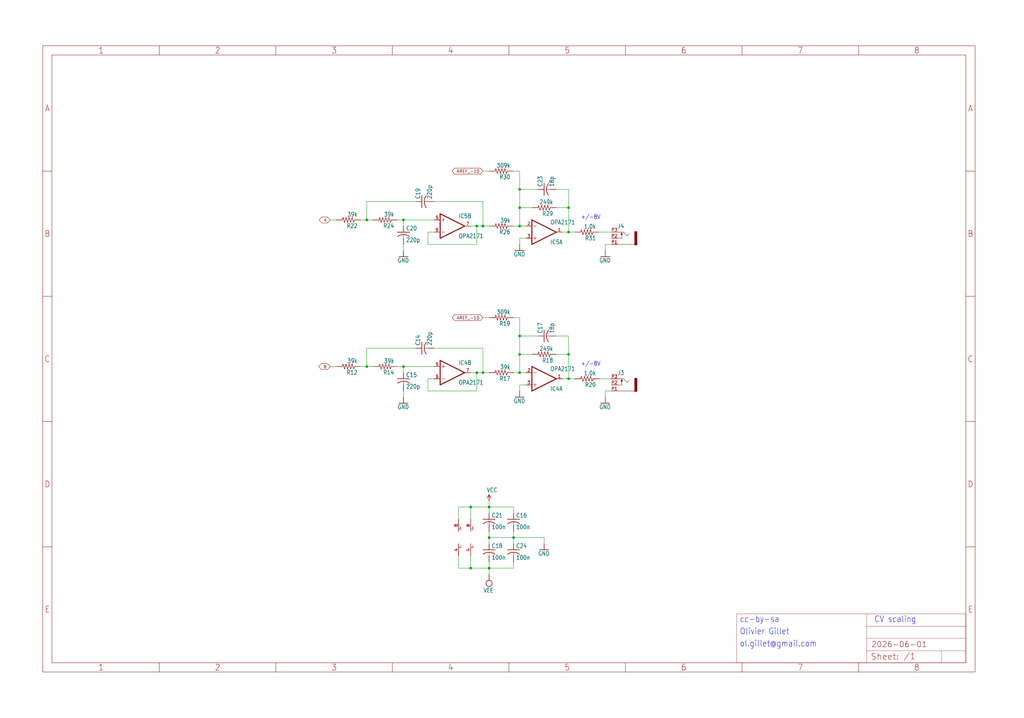
<source format=kicad_sch>
(kicad_sch
	(version 20231120)
	(generator "eeschema")
	(generator_version "8.0")
	(uuid "e80cf2e2-33ab-496f-b0ba-8b5bef34c128")
	(paper "User" 425.45 298.602)
	(lib_symbols
		(symbol "Apex3-eagle-import:A3L-LOC"
			(exclude_from_sim no)
			(in_bom yes)
			(on_board yes)
			(property "Reference" "#FRAME"
				(at 0 0 0)
				(effects
					(font
						(size 1.27 1.27)
					)
					(hide yes)
				)
			)
			(property "Value" ""
				(at 0 0 0)
				(effects
					(font
						(size 1.27 1.27)
					)
					(hide yes)
				)
			)
			(property "Footprint" ""
				(at 0 0 0)
				(effects
					(font
						(size 1.27 1.27)
					)
					(hide yes)
				)
			)
			(property "Datasheet" ""
				(at 0 0 0)
				(effects
					(font
						(size 1.27 1.27)
					)
					(hide yes)
				)
			)
			(property "Description" "FRAME\n\nDIN A3, landscape with location and doc. field"
				(at 0 0 0)
				(effects
					(font
						(size 1.27 1.27)
					)
					(hide yes)
				)
			)
			(property "ki_locked" ""
				(at 0 0 0)
				(effects
					(font
						(size 1.27 1.27)
					)
				)
			)
			(symbol "A3L-LOC_1_0"
				(polyline
					(pts
						(xy 0 52.07) (xy 3.81 52.07)
					)
					(stroke
						(width 0)
						(type default)
					)
					(fill
						(type none)
					)
				)
				(polyline
					(pts
						(xy 0 104.14) (xy 3.81 104.14)
					)
					(stroke
						(width 0)
						(type default)
					)
					(fill
						(type none)
					)
				)
				(polyline
					(pts
						(xy 0 156.21) (xy 3.81 156.21)
					)
					(stroke
						(width 0)
						(type default)
					)
					(fill
						(type none)
					)
				)
				(polyline
					(pts
						(xy 0 208.28) (xy 3.81 208.28)
					)
					(stroke
						(width 0)
						(type default)
					)
					(fill
						(type none)
					)
				)
				(polyline
					(pts
						(xy 3.81 3.81) (xy 3.81 256.54)
					)
					(stroke
						(width 0)
						(type default)
					)
					(fill
						(type none)
					)
				)
				(polyline
					(pts
						(xy 48.4188 0) (xy 48.4188 3.81)
					)
					(stroke
						(width 0)
						(type default)
					)
					(fill
						(type none)
					)
				)
				(polyline
					(pts
						(xy 48.4188 256.54) (xy 48.4188 260.35)
					)
					(stroke
						(width 0)
						(type default)
					)
					(fill
						(type none)
					)
				)
				(polyline
					(pts
						(xy 96.8375 0) (xy 96.8375 3.81)
					)
					(stroke
						(width 0)
						(type default)
					)
					(fill
						(type none)
					)
				)
				(polyline
					(pts
						(xy 96.8375 256.54) (xy 96.8375 260.35)
					)
					(stroke
						(width 0)
						(type default)
					)
					(fill
						(type none)
					)
				)
				(polyline
					(pts
						(xy 145.2563 0) (xy 145.2563 3.81)
					)
					(stroke
						(width 0)
						(type default)
					)
					(fill
						(type none)
					)
				)
				(polyline
					(pts
						(xy 145.2563 256.54) (xy 145.2563 260.35)
					)
					(stroke
						(width 0)
						(type default)
					)
					(fill
						(type none)
					)
				)
				(polyline
					(pts
						(xy 193.675 0) (xy 193.675 3.81)
					)
					(stroke
						(width 0)
						(type default)
					)
					(fill
						(type none)
					)
				)
				(polyline
					(pts
						(xy 193.675 256.54) (xy 193.675 260.35)
					)
					(stroke
						(width 0)
						(type default)
					)
					(fill
						(type none)
					)
				)
				(polyline
					(pts
						(xy 242.0938 0) (xy 242.0938 3.81)
					)
					(stroke
						(width 0)
						(type default)
					)
					(fill
						(type none)
					)
				)
				(polyline
					(pts
						(xy 242.0938 256.54) (xy 242.0938 260.35)
					)
					(stroke
						(width 0)
						(type default)
					)
					(fill
						(type none)
					)
				)
				(polyline
					(pts
						(xy 288.29 3.81) (xy 288.29 24.13)
					)
					(stroke
						(width 0.1016)
						(type solid)
					)
					(fill
						(type none)
					)
				)
				(polyline
					(pts
						(xy 288.29 3.81) (xy 342.265 3.81)
					)
					(stroke
						(width 0.1016)
						(type solid)
					)
					(fill
						(type none)
					)
				)
				(polyline
					(pts
						(xy 288.29 24.13) (xy 342.265 24.13)
					)
					(stroke
						(width 0.1016)
						(type solid)
					)
					(fill
						(type none)
					)
				)
				(polyline
					(pts
						(xy 290.5125 0) (xy 290.5125 3.81)
					)
					(stroke
						(width 0)
						(type default)
					)
					(fill
						(type none)
					)
				)
				(polyline
					(pts
						(xy 290.5125 256.54) (xy 290.5125 260.35)
					)
					(stroke
						(width 0)
						(type default)
					)
					(fill
						(type none)
					)
				)
				(polyline
					(pts
						(xy 338.9313 0) (xy 338.9313 3.81)
					)
					(stroke
						(width 0)
						(type default)
					)
					(fill
						(type none)
					)
				)
				(polyline
					(pts
						(xy 338.9313 256.54) (xy 338.9313 260.35)
					)
					(stroke
						(width 0)
						(type default)
					)
					(fill
						(type none)
					)
				)
				(polyline
					(pts
						(xy 342.265 3.81) (xy 373.38 3.81)
					)
					(stroke
						(width 0.1016)
						(type solid)
					)
					(fill
						(type none)
					)
				)
				(polyline
					(pts
						(xy 342.265 8.89) (xy 342.265 3.81)
					)
					(stroke
						(width 0.1016)
						(type solid)
					)
					(fill
						(type none)
					)
				)
				(polyline
					(pts
						(xy 342.265 8.89) (xy 342.265 13.97)
					)
					(stroke
						(width 0.1016)
						(type solid)
					)
					(fill
						(type none)
					)
				)
				(polyline
					(pts
						(xy 342.265 13.97) (xy 342.265 19.05)
					)
					(stroke
						(width 0.1016)
						(type solid)
					)
					(fill
						(type none)
					)
				)
				(polyline
					(pts
						(xy 342.265 13.97) (xy 383.54 13.97)
					)
					(stroke
						(width 0.1016)
						(type solid)
					)
					(fill
						(type none)
					)
				)
				(polyline
					(pts
						(xy 342.265 19.05) (xy 342.265 24.13)
					)
					(stroke
						(width 0.1016)
						(type solid)
					)
					(fill
						(type none)
					)
				)
				(polyline
					(pts
						(xy 342.265 19.05) (xy 383.54 19.05)
					)
					(stroke
						(width 0.1016)
						(type solid)
					)
					(fill
						(type none)
					)
				)
				(polyline
					(pts
						(xy 342.265 24.13) (xy 383.54 24.13)
					)
					(stroke
						(width 0.1016)
						(type solid)
					)
					(fill
						(type none)
					)
				)
				(polyline
					(pts
						(xy 373.38 3.81) (xy 373.38 8.89)
					)
					(stroke
						(width 0.1016)
						(type solid)
					)
					(fill
						(type none)
					)
				)
				(polyline
					(pts
						(xy 373.38 3.81) (xy 383.54 3.81)
					)
					(stroke
						(width 0.1016)
						(type solid)
					)
					(fill
						(type none)
					)
				)
				(polyline
					(pts
						(xy 373.38 8.89) (xy 342.265 8.89)
					)
					(stroke
						(width 0.1016)
						(type solid)
					)
					(fill
						(type none)
					)
				)
				(polyline
					(pts
						(xy 373.38 8.89) (xy 383.54 8.89)
					)
					(stroke
						(width 0.1016)
						(type solid)
					)
					(fill
						(type none)
					)
				)
				(polyline
					(pts
						(xy 383.54 3.81) (xy 3.81 3.81)
					)
					(stroke
						(width 0)
						(type default)
					)
					(fill
						(type none)
					)
				)
				(polyline
					(pts
						(xy 383.54 3.81) (xy 383.54 8.89)
					)
					(stroke
						(width 0.1016)
						(type solid)
					)
					(fill
						(type none)
					)
				)
				(polyline
					(pts
						(xy 383.54 3.81) (xy 383.54 256.54)
					)
					(stroke
						(width 0)
						(type default)
					)
					(fill
						(type none)
					)
				)
				(polyline
					(pts
						(xy 383.54 8.89) (xy 383.54 13.97)
					)
					(stroke
						(width 0.1016)
						(type solid)
					)
					(fill
						(type none)
					)
				)
				(polyline
					(pts
						(xy 383.54 13.97) (xy 383.54 19.05)
					)
					(stroke
						(width 0.1016)
						(type solid)
					)
					(fill
						(type none)
					)
				)
				(polyline
					(pts
						(xy 383.54 19.05) (xy 383.54 24.13)
					)
					(stroke
						(width 0.1016)
						(type solid)
					)
					(fill
						(type none)
					)
				)
				(polyline
					(pts
						(xy 383.54 52.07) (xy 387.35 52.07)
					)
					(stroke
						(width 0)
						(type default)
					)
					(fill
						(type none)
					)
				)
				(polyline
					(pts
						(xy 383.54 104.14) (xy 387.35 104.14)
					)
					(stroke
						(width 0)
						(type default)
					)
					(fill
						(type none)
					)
				)
				(polyline
					(pts
						(xy 383.54 156.21) (xy 387.35 156.21)
					)
					(stroke
						(width 0)
						(type default)
					)
					(fill
						(type none)
					)
				)
				(polyline
					(pts
						(xy 383.54 208.28) (xy 387.35 208.28)
					)
					(stroke
						(width 0)
						(type default)
					)
					(fill
						(type none)
					)
				)
				(polyline
					(pts
						(xy 383.54 256.54) (xy 3.81 256.54)
					)
					(stroke
						(width 0)
						(type default)
					)
					(fill
						(type none)
					)
				)
				(polyline
					(pts
						(xy 0 0) (xy 387.35 0) (xy 387.35 260.35) (xy 0 260.35) (xy 0 0)
					)
					(stroke
						(width 0)
						(type default)
					)
					(fill
						(type none)
					)
				)
				(text "${#}/${##}"
					(at 357.505 5.08 0)
					(effects
						(font
							(size 2.54 2.54)
						)
						(justify left bottom)
					)
				)
				(text "${CURRENT_DATE}"
					(at 344.17 10.16 0)
					(effects
						(font
							(size 2.286 2.286)
						)
						(justify left bottom)
					)
				)
				(text "${PROJECTNAME}"
					(at 344.17 15.24 0)
					(effects
						(font
							(size 2.54 2.54)
						)
						(justify left bottom)
					)
				)
				(text "1"
					(at 24.2094 1.905 0)
					(effects
						(font
							(size 2.54 2.286)
						)
					)
				)
				(text "1"
					(at 24.2094 258.445 0)
					(effects
						(font
							(size 2.54 2.286)
						)
					)
				)
				(text "2"
					(at 72.6281 1.905 0)
					(effects
						(font
							(size 2.54 2.286)
						)
					)
				)
				(text "2"
					(at 72.6281 258.445 0)
					(effects
						(font
							(size 2.54 2.286)
						)
					)
				)
				(text "3"
					(at 121.0469 1.905 0)
					(effects
						(font
							(size 2.54 2.286)
						)
					)
				)
				(text "3"
					(at 121.0469 258.445 0)
					(effects
						(font
							(size 2.54 2.286)
						)
					)
				)
				(text "4"
					(at 169.4656 1.905 0)
					(effects
						(font
							(size 2.54 2.286)
						)
					)
				)
				(text "4"
					(at 169.4656 258.445 0)
					(effects
						(font
							(size 2.54 2.286)
						)
					)
				)
				(text "5"
					(at 217.8844 1.905 0)
					(effects
						(font
							(size 2.54 2.286)
						)
					)
				)
				(text "5"
					(at 217.8844 258.445 0)
					(effects
						(font
							(size 2.54 2.286)
						)
					)
				)
				(text "6"
					(at 266.3031 1.905 0)
					(effects
						(font
							(size 2.54 2.286)
						)
					)
				)
				(text "6"
					(at 266.3031 258.445 0)
					(effects
						(font
							(size 2.54 2.286)
						)
					)
				)
				(text "7"
					(at 314.7219 1.905 0)
					(effects
						(font
							(size 2.54 2.286)
						)
					)
				)
				(text "7"
					(at 314.7219 258.445 0)
					(effects
						(font
							(size 2.54 2.286)
						)
					)
				)
				(text "8"
					(at 363.1406 1.905 0)
					(effects
						(font
							(size 2.54 2.286)
						)
					)
				)
				(text "8"
					(at 363.1406 258.445 0)
					(effects
						(font
							(size 2.54 2.286)
						)
					)
				)
				(text "A"
					(at 1.905 234.315 0)
					(effects
						(font
							(size 2.54 2.286)
						)
					)
				)
				(text "A"
					(at 385.445 234.315 0)
					(effects
						(font
							(size 2.54 2.286)
						)
					)
				)
				(text "B"
					(at 1.905 182.245 0)
					(effects
						(font
							(size 2.54 2.286)
						)
					)
				)
				(text "B"
					(at 385.445 182.245 0)
					(effects
						(font
							(size 2.54 2.286)
						)
					)
				)
				(text "C"
					(at 1.905 130.175 0)
					(effects
						(font
							(size 2.54 2.286)
						)
					)
				)
				(text "C"
					(at 385.445 130.175 0)
					(effects
						(font
							(size 2.54 2.286)
						)
					)
				)
				(text "D"
					(at 1.905 78.105 0)
					(effects
						(font
							(size 2.54 2.286)
						)
					)
				)
				(text "D"
					(at 385.445 78.105 0)
					(effects
						(font
							(size 2.54 2.286)
						)
					)
				)
				(text "E"
					(at 1.905 26.035 0)
					(effects
						(font
							(size 2.54 2.286)
						)
					)
				)
				(text "E"
					(at 385.445 26.035 0)
					(effects
						(font
							(size 2.54 2.286)
						)
					)
				)
				(text "Sheet:"
					(at 343.916 4.953 0)
					(effects
						(font
							(size 2.54 2.54)
						)
						(justify left bottom)
					)
				)
			)
		)
		(symbol "Apex3-eagle-import:C-USC0603"
			(exclude_from_sim no)
			(in_bom yes)
			(on_board yes)
			(property "Reference" "C"
				(at 1.016 0.635 0)
				(effects
					(font
						(size 1.778 1.5113)
					)
					(justify left bottom)
				)
			)
			(property "Value" ""
				(at 1.016 -4.191 0)
				(effects
					(font
						(size 1.778 1.5113)
					)
					(justify left bottom)
				)
			)
			(property "Footprint" "Apex3:C0603"
				(at 0 0 0)
				(effects
					(font
						(size 1.27 1.27)
					)
					(hide yes)
				)
			)
			(property "Datasheet" ""
				(at 0 0 0)
				(effects
					(font
						(size 1.27 1.27)
					)
					(hide yes)
				)
			)
			(property "Description" "CAPACITOR, American symbol"
				(at 0 0 0)
				(effects
					(font
						(size 1.27 1.27)
					)
					(hide yes)
				)
			)
			(property "ki_locked" ""
				(at 0 0 0)
				(effects
					(font
						(size 1.27 1.27)
					)
				)
			)
			(symbol "C-USC0603_1_0"
				(arc
					(start 0 -1.0161)
					(mid -1.302 -1.2303)
					(end -2.4668 -1.8504)
					(stroke
						(width 0.254)
						(type solid)
					)
					(fill
						(type none)
					)
				)
				(polyline
					(pts
						(xy -2.54 0) (xy 2.54 0)
					)
					(stroke
						(width 0.254)
						(type solid)
					)
					(fill
						(type none)
					)
				)
				(polyline
					(pts
						(xy 0 -1.016) (xy 0 -2.54)
					)
					(stroke
						(width 0.1524)
						(type solid)
					)
					(fill
						(type none)
					)
				)
				(arc
					(start 2.4892 -1.8541)
					(mid 1.3158 -1.2194)
					(end 0 -1)
					(stroke
						(width 0.254)
						(type solid)
					)
					(fill
						(type none)
					)
				)
				(pin passive line
					(at 0 2.54 270)
					(length 2.54)
					(name "1"
						(effects
							(font
								(size 0 0)
							)
						)
					)
					(number "1"
						(effects
							(font
								(size 0 0)
							)
						)
					)
				)
				(pin passive line
					(at 0 -5.08 90)
					(length 2.54)
					(name "2"
						(effects
							(font
								(size 0 0)
							)
						)
					)
					(number "2"
						(effects
							(font
								(size 0 0)
							)
						)
					)
				)
			)
		)
		(symbol "Apex3-eagle-import:GND"
			(power)
			(exclude_from_sim no)
			(in_bom yes)
			(on_board yes)
			(property "Reference" "#GND"
				(at 0 0 0)
				(effects
					(font
						(size 1.27 1.27)
					)
					(hide yes)
				)
			)
			(property "Value" ""
				(at -2.54 -2.54 0)
				(effects
					(font
						(size 1.778 1.5113)
					)
					(justify left bottom)
				)
			)
			(property "Footprint" ""
				(at 0 0 0)
				(effects
					(font
						(size 1.27 1.27)
					)
					(hide yes)
				)
			)
			(property "Datasheet" ""
				(at 0 0 0)
				(effects
					(font
						(size 1.27 1.27)
					)
					(hide yes)
				)
			)
			(property "Description" "SUPPLY SYMBOL"
				(at 0 0 0)
				(effects
					(font
						(size 1.27 1.27)
					)
					(hide yes)
				)
			)
			(property "ki_locked" ""
				(at 0 0 0)
				(effects
					(font
						(size 1.27 1.27)
					)
				)
			)
			(symbol "GND_1_0"
				(polyline
					(pts
						(xy -1.905 0) (xy 1.905 0)
					)
					(stroke
						(width 0.254)
						(type solid)
					)
					(fill
						(type none)
					)
				)
				(pin power_in line
					(at 0 2.54 270)
					(length 2.54)
					(name "GND"
						(effects
							(font
								(size 0 0)
							)
						)
					)
					(number "1"
						(effects
							(font
								(size 0 0)
							)
						)
					)
				)
			)
		)
		(symbol "Apex3-eagle-import:OG-PJ301_PJ301_THONKICONN"
			(exclude_from_sim no)
			(in_bom yes)
			(on_board yes)
			(property "Reference" "J"
				(at -2.54 4.064 0)
				(effects
					(font
						(size 1.778 1.5113)
					)
					(justify left bottom)
				)
			)
			(property "Value" ""
				(at 0 0 0)
				(effects
					(font
						(size 1.27 1.27)
					)
					(hide yes)
				)
			)
			(property "Footprint" "Apex3:OG-PJ301_WQP_PJ_301M6_NO_HOLE"
				(at 0 0 0)
				(effects
					(font
						(size 1.27 1.27)
					)
					(hide yes)
				)
			)
			(property "Datasheet" ""
				(at 0 0 0)
				(effects
					(font
						(size 1.27 1.27)
					)
					(hide yes)
				)
			)
			(property "Description" ""
				(at 0 0 0)
				(effects
					(font
						(size 1.27 1.27)
					)
					(hide yes)
				)
			)
			(property "ki_locked" ""
				(at 0 0 0)
				(effects
					(font
						(size 1.27 1.27)
					)
				)
			)
			(symbol "OG-PJ301_PJ301_THONKICONN_1_0"
				(polyline
					(pts
						(xy -2.54 -2.54) (xy 4.572 -2.54)
					)
					(stroke
						(width 0.1524)
						(type solid)
					)
					(fill
						(type none)
					)
				)
				(polyline
					(pts
						(xy -2.54 0) (xy -0.762 0)
					)
					(stroke
						(width 0.1524)
						(type solid)
					)
					(fill
						(type none)
					)
				)
				(polyline
					(pts
						(xy -2.54 2.54) (xy 0 2.54)
					)
					(stroke
						(width 0.1524)
						(type solid)
					)
					(fill
						(type none)
					)
				)
				(polyline
					(pts
						(xy -1.016 1.524) (xy -0.508 1.524)
					)
					(stroke
						(width 0.254)
						(type solid)
					)
					(fill
						(type none)
					)
				)
				(polyline
					(pts
						(xy -0.762 0) (xy -0.762 2.286)
					)
					(stroke
						(width 0.1524)
						(type solid)
					)
					(fill
						(type none)
					)
				)
				(polyline
					(pts
						(xy -0.762 2.286) (xy -1.016 1.524)
					)
					(stroke
						(width 0.254)
						(type solid)
					)
					(fill
						(type none)
					)
				)
				(polyline
					(pts
						(xy -0.508 1.524) (xy -0.762 2.286)
					)
					(stroke
						(width 0.254)
						(type solid)
					)
					(fill
						(type none)
					)
				)
				(polyline
					(pts
						(xy 0 2.54) (xy 1.524 1.016)
					)
					(stroke
						(width 0.1524)
						(type solid)
					)
					(fill
						(type none)
					)
				)
				(polyline
					(pts
						(xy 1.524 1.016) (xy 2.286 1.778)
					)
					(stroke
						(width 0.1524)
						(type solid)
					)
					(fill
						(type none)
					)
				)
				(rectangle
					(start 4.572 2.794)
					(end 5.588 -2.794)
					(stroke
						(width 0)
						(type default)
					)
					(fill
						(type outline)
					)
				)
				(pin passive line
					(at -5.08 -2.54 0)
					(length 2.54)
					(name "1"
						(effects
							(font
								(size 0 0)
							)
						)
					)
					(number "P1"
						(effects
							(font
								(size 1.27 1.27)
							)
						)
					)
				)
				(pin passive line
					(at -5.08 0 0)
					(length 2.54)
					(name "2"
						(effects
							(font
								(size 0 0)
							)
						)
					)
					(number "P2"
						(effects
							(font
								(size 1.27 1.27)
							)
						)
					)
				)
				(pin passive line
					(at -5.08 2.54 0)
					(length 2.54)
					(name "3"
						(effects
							(font
								(size 0 0)
							)
						)
					)
					(number "P3"
						(effects
							(font
								(size 1.27 1.27)
							)
						)
					)
				)
			)
		)
		(symbol "Apex3-eagle-import:R-US_R0603"
			(exclude_from_sim no)
			(in_bom yes)
			(on_board yes)
			(property "Reference" "R"
				(at -3.81 1.4986 0)
				(effects
					(font
						(size 1.778 1.5113)
					)
					(justify left bottom)
				)
			)
			(property "Value" ""
				(at -3.81 -3.302 0)
				(effects
					(font
						(size 1.778 1.5113)
					)
					(justify left bottom)
				)
			)
			(property "Footprint" "Apex3:R0603"
				(at 0 0 0)
				(effects
					(font
						(size 1.27 1.27)
					)
					(hide yes)
				)
			)
			(property "Datasheet" ""
				(at 0 0 0)
				(effects
					(font
						(size 1.27 1.27)
					)
					(hide yes)
				)
			)
			(property "Description" "RESISTOR, American symbol"
				(at 0 0 0)
				(effects
					(font
						(size 1.27 1.27)
					)
					(hide yes)
				)
			)
			(property "ki_locked" ""
				(at 0 0 0)
				(effects
					(font
						(size 1.27 1.27)
					)
				)
			)
			(symbol "R-US_R0603_1_0"
				(polyline
					(pts
						(xy -2.54 0) (xy -2.159 1.016)
					)
					(stroke
						(width 0.2032)
						(type solid)
					)
					(fill
						(type none)
					)
				)
				(polyline
					(pts
						(xy -2.159 1.016) (xy -1.524 -1.016)
					)
					(stroke
						(width 0.2032)
						(type solid)
					)
					(fill
						(type none)
					)
				)
				(polyline
					(pts
						(xy -1.524 -1.016) (xy -0.889 1.016)
					)
					(stroke
						(width 0.2032)
						(type solid)
					)
					(fill
						(type none)
					)
				)
				(polyline
					(pts
						(xy -0.889 1.016) (xy -0.254 -1.016)
					)
					(stroke
						(width 0.2032)
						(type solid)
					)
					(fill
						(type none)
					)
				)
				(polyline
					(pts
						(xy -0.254 -1.016) (xy 0.381 1.016)
					)
					(stroke
						(width 0.2032)
						(type solid)
					)
					(fill
						(type none)
					)
				)
				(polyline
					(pts
						(xy 0.381 1.016) (xy 1.016 -1.016)
					)
					(stroke
						(width 0.2032)
						(type solid)
					)
					(fill
						(type none)
					)
				)
				(polyline
					(pts
						(xy 1.016 -1.016) (xy 1.651 1.016)
					)
					(stroke
						(width 0.2032)
						(type solid)
					)
					(fill
						(type none)
					)
				)
				(polyline
					(pts
						(xy 1.651 1.016) (xy 2.286 -1.016)
					)
					(stroke
						(width 0.2032)
						(type solid)
					)
					(fill
						(type none)
					)
				)
				(polyline
					(pts
						(xy 2.286 -1.016) (xy 2.54 0)
					)
					(stroke
						(width 0.2032)
						(type solid)
					)
					(fill
						(type none)
					)
				)
				(pin passive line
					(at -5.08 0 0)
					(length 2.54)
					(name "1"
						(effects
							(font
								(size 0 0)
							)
						)
					)
					(number "1"
						(effects
							(font
								(size 0 0)
							)
						)
					)
				)
				(pin passive line
					(at 5.08 0 180)
					(length 2.54)
					(name "2"
						(effects
							(font
								(size 0 0)
							)
						)
					)
					(number "2"
						(effects
							(font
								(size 0 0)
							)
						)
					)
				)
			)
		)
		(symbol "Apex3-eagle-import:TL072D"
			(exclude_from_sim no)
			(in_bom yes)
			(on_board yes)
			(property "Reference" "IC"
				(at 2.54 3.175 0)
				(effects
					(font
						(size 1.778 1.5113)
					)
					(justify left bottom)
					(hide yes)
				)
			)
			(property "Value" ""
				(at 2.54 -5.08 0)
				(effects
					(font
						(size 1.778 1.5113)
					)
					(justify left bottom)
					(hide yes)
				)
			)
			(property "Footprint" "Apex3:SO08"
				(at 0 0 0)
				(effects
					(font
						(size 1.27 1.27)
					)
					(hide yes)
				)
			)
			(property "Datasheet" ""
				(at 0 0 0)
				(effects
					(font
						(size 1.27 1.27)
					)
					(hide yes)
				)
			)
			(property "Description" "OP AMP"
				(at 0 0 0)
				(effects
					(font
						(size 1.27 1.27)
					)
					(hide yes)
				)
			)
			(property "ki_locked" ""
				(at 0 0 0)
				(effects
					(font
						(size 1.27 1.27)
					)
				)
			)
			(symbol "TL072D_1_0"
				(polyline
					(pts
						(xy -5.08 -5.08) (xy 5.08 0)
					)
					(stroke
						(width 0.4064)
						(type solid)
					)
					(fill
						(type none)
					)
				)
				(polyline
					(pts
						(xy -5.08 5.08) (xy -5.08 -5.08)
					)
					(stroke
						(width 0.4064)
						(type solid)
					)
					(fill
						(type none)
					)
				)
				(polyline
					(pts
						(xy -4.445 -2.54) (xy -3.175 -2.54)
					)
					(stroke
						(width 0.1524)
						(type solid)
					)
					(fill
						(type none)
					)
				)
				(polyline
					(pts
						(xy -4.445 2.54) (xy -3.175 2.54)
					)
					(stroke
						(width 0.1524)
						(type solid)
					)
					(fill
						(type none)
					)
				)
				(polyline
					(pts
						(xy -3.81 3.175) (xy -3.81 1.905)
					)
					(stroke
						(width 0.1524)
						(type solid)
					)
					(fill
						(type none)
					)
				)
				(polyline
					(pts
						(xy 5.08 0) (xy -5.08 5.08)
					)
					(stroke
						(width 0.4064)
						(type solid)
					)
					(fill
						(type none)
					)
				)
				(pin output line
					(at 7.62 0 180)
					(length 2.54)
					(name "OUT"
						(effects
							(font
								(size 0 0)
							)
						)
					)
					(number "1"
						(effects
							(font
								(size 1.27 1.27)
							)
						)
					)
				)
				(pin input line
					(at -7.62 -2.54 0)
					(length 2.54)
					(name "-IN"
						(effects
							(font
								(size 0 0)
							)
						)
					)
					(number "2"
						(effects
							(font
								(size 1.27 1.27)
							)
						)
					)
				)
				(pin input line
					(at -7.62 2.54 0)
					(length 2.54)
					(name "+IN"
						(effects
							(font
								(size 0 0)
							)
						)
					)
					(number "3"
						(effects
							(font
								(size 1.27 1.27)
							)
						)
					)
				)
			)
			(symbol "TL072D_2_0"
				(polyline
					(pts
						(xy -5.08 -5.08) (xy 5.08 0)
					)
					(stroke
						(width 0.4064)
						(type solid)
					)
					(fill
						(type none)
					)
				)
				(polyline
					(pts
						(xy -5.08 5.08) (xy -5.08 -5.08)
					)
					(stroke
						(width 0.4064)
						(type solid)
					)
					(fill
						(type none)
					)
				)
				(polyline
					(pts
						(xy -4.445 -2.54) (xy -3.175 -2.54)
					)
					(stroke
						(width 0.1524)
						(type solid)
					)
					(fill
						(type none)
					)
				)
				(polyline
					(pts
						(xy -4.445 2.54) (xy -3.175 2.54)
					)
					(stroke
						(width 0.1524)
						(type solid)
					)
					(fill
						(type none)
					)
				)
				(polyline
					(pts
						(xy -3.81 3.175) (xy -3.81 1.905)
					)
					(stroke
						(width 0.1524)
						(type solid)
					)
					(fill
						(type none)
					)
				)
				(polyline
					(pts
						(xy 5.08 0) (xy -5.08 5.08)
					)
					(stroke
						(width 0.4064)
						(type solid)
					)
					(fill
						(type none)
					)
				)
				(pin input line
					(at -7.62 2.54 0)
					(length 2.54)
					(name "+IN"
						(effects
							(font
								(size 0 0)
							)
						)
					)
					(number "5"
						(effects
							(font
								(size 1.27 1.27)
							)
						)
					)
				)
				(pin input line
					(at -7.62 -2.54 0)
					(length 2.54)
					(name "-IN"
						(effects
							(font
								(size 0 0)
							)
						)
					)
					(number "6"
						(effects
							(font
								(size 1.27 1.27)
							)
						)
					)
				)
				(pin output line
					(at 7.62 0 180)
					(length 2.54)
					(name "OUT"
						(effects
							(font
								(size 0 0)
							)
						)
					)
					(number "7"
						(effects
							(font
								(size 1.27 1.27)
							)
						)
					)
				)
			)
			(symbol "TL072D_3_0"
				(text "V+"
					(at 1.27 3.175 900)
					(effects
						(font
							(size 0.8128 0.6908)
						)
						(justify left bottom)
					)
				)
				(text "V-"
					(at 1.27 -4.445 900)
					(effects
						(font
							(size 0.8128 0.6908)
						)
						(justify left bottom)
					)
				)
				(pin power_in line
					(at 0 -7.62 90)
					(length 5.08)
					(name "V-"
						(effects
							(font
								(size 0 0)
							)
						)
					)
					(number "4"
						(effects
							(font
								(size 1.27 1.27)
							)
						)
					)
				)
				(pin power_in line
					(at 0 7.62 270)
					(length 5.08)
					(name "V+"
						(effects
							(font
								(size 0 0)
							)
						)
					)
					(number "8"
						(effects
							(font
								(size 1.27 1.27)
							)
						)
					)
				)
			)
		)
		(symbol "Apex3-eagle-import:VCC"
			(power)
			(exclude_from_sim no)
			(in_bom yes)
			(on_board yes)
			(property "Reference" "#P+"
				(at 0 0 0)
				(effects
					(font
						(size 1.27 1.27)
					)
					(hide yes)
				)
			)
			(property "Value" ""
				(at -1.016 3.556 0)
				(effects
					(font
						(size 1.778 1.5113)
					)
					(justify left bottom)
				)
			)
			(property "Footprint" ""
				(at 0 0 0)
				(effects
					(font
						(size 1.27 1.27)
					)
					(hide yes)
				)
			)
			(property "Datasheet" ""
				(at 0 0 0)
				(effects
					(font
						(size 1.27 1.27)
					)
					(hide yes)
				)
			)
			(property "Description" "SUPPLY SYMBOL"
				(at 0 0 0)
				(effects
					(font
						(size 1.27 1.27)
					)
					(hide yes)
				)
			)
			(property "ki_locked" ""
				(at 0 0 0)
				(effects
					(font
						(size 1.27 1.27)
					)
				)
			)
			(symbol "VCC_1_0"
				(polyline
					(pts
						(xy 0 2.54) (xy -0.762 1.27)
					)
					(stroke
						(width 0.254)
						(type solid)
					)
					(fill
						(type none)
					)
				)
				(polyline
					(pts
						(xy 0.762 1.27) (xy 0 2.54)
					)
					(stroke
						(width 0.254)
						(type solid)
					)
					(fill
						(type none)
					)
				)
				(pin power_in line
					(at 0 0 90)
					(length 2.54)
					(name "VCC"
						(effects
							(font
								(size 0 0)
							)
						)
					)
					(number "1"
						(effects
							(font
								(size 0 0)
							)
						)
					)
				)
			)
		)
		(symbol "Apex3-eagle-import:VEE"
			(power)
			(exclude_from_sim no)
			(in_bom yes)
			(on_board yes)
			(property "Reference" "#SUPPLY"
				(at 0 0 0)
				(effects
					(font
						(size 1.27 1.27)
					)
					(hide yes)
				)
			)
			(property "Value" ""
				(at -1.905 3.175 0)
				(effects
					(font
						(size 1.778 1.5113)
					)
					(justify left bottom)
				)
			)
			(property "Footprint" ""
				(at 0 0 0)
				(effects
					(font
						(size 1.27 1.27)
					)
					(hide yes)
				)
			)
			(property "Datasheet" ""
				(at 0 0 0)
				(effects
					(font
						(size 1.27 1.27)
					)
					(hide yes)
				)
			)
			(property "Description" "SUPPLY SYMBOL"
				(at 0 0 0)
				(effects
					(font
						(size 1.27 1.27)
					)
					(hide yes)
				)
			)
			(property "ki_locked" ""
				(at 0 0 0)
				(effects
					(font
						(size 1.27 1.27)
					)
				)
			)
			(symbol "VEE_1_0"
				(circle
					(center 0 1.27)
					(radius 1.27)
					(stroke
						(width 0.254)
						(type solid)
					)
					(fill
						(type none)
					)
				)
				(pin power_in line
					(at 0 -2.54 90)
					(length 2.54)
					(name "VEE"
						(effects
							(font
								(size 0 0)
							)
						)
					)
					(number "1"
						(effects
							(font
								(size 0 0)
							)
						)
					)
				)
			)
		)
	)
	(junction
		(at 215.9 139.7)
		(diameter 0)
		(color 0 0 0 0)
		(uuid "02b44de6-6bdb-472f-a485-8cc78ca371f9")
	)
	(junction
		(at 213.36 223.52)
		(diameter 0)
		(color 0 0 0 0)
		(uuid "07e418d2-af87-4655-813f-3f05b29c7011")
	)
	(junction
		(at 215.9 147.32)
		(diameter 0)
		(color 0 0 0 0)
		(uuid "16bed1fb-e507-4e40-864d-15a0417c4914")
	)
	(junction
		(at 167.64 152.4)
		(diameter 0)
		(color 0 0 0 0)
		(uuid "1abcdd64-be7a-4be2-b18b-2ac3d70fdbb0")
	)
	(junction
		(at 215.9 78.74)
		(diameter 0)
		(color 0 0 0 0)
		(uuid "1d24f4ae-e67b-463b-a555-8753821053a0")
	)
	(junction
		(at 200.66 154.94)
		(diameter 0)
		(color 0 0 0 0)
		(uuid "272d5a00-78f7-4d0b-8404-a10dfca968c6")
	)
	(junction
		(at 195.58 236.22)
		(diameter 0)
		(color 0 0 0 0)
		(uuid "3537aafd-961b-4114-b46a-786b262547b3")
	)
	(junction
		(at 167.64 91.44)
		(diameter 0)
		(color 0 0 0 0)
		(uuid "46ff2906-ab33-4b5a-b037-92029bc5f6a9")
	)
	(junction
		(at 200.66 93.98)
		(diameter 0)
		(color 0 0 0 0)
		(uuid "5e1dc145-4a36-4b5a-827b-b877f4ae3b31")
	)
	(junction
		(at 215.9 93.98)
		(diameter 0)
		(color 0 0 0 0)
		(uuid "73046c29-ddf1-4caa-8a2b-e8e925159a10")
	)
	(junction
		(at 236.22 147.32)
		(diameter 0)
		(color 0 0 0 0)
		(uuid "7bad722c-bc24-40b3-9a9e-dbf1633280b3")
	)
	(junction
		(at 236.22 157.48)
		(diameter 0)
		(color 0 0 0 0)
		(uuid "9230059f-0ed4-4d2c-a46f-01c0c544d906")
	)
	(junction
		(at 152.4 91.44)
		(diameter 0)
		(color 0 0 0 0)
		(uuid "94190612-b5f4-48ed-b834-d29203f9a3ec")
	)
	(junction
		(at 198.12 93.98)
		(diameter 0)
		(color 0 0 0 0)
		(uuid "994cccec-bc9e-4ef6-85dd-f2588127483b")
	)
	(junction
		(at 203.2 236.22)
		(diameter 0)
		(color 0 0 0 0)
		(uuid "a385c92c-5e44-4a30-9068-6b4eecd5e4bf")
	)
	(junction
		(at 195.58 210.82)
		(diameter 0)
		(color 0 0 0 0)
		(uuid "a5213794-fa65-4053-bfbf-5625f3cedc54")
	)
	(junction
		(at 152.4 152.4)
		(diameter 0)
		(color 0 0 0 0)
		(uuid "a6f9c121-eba8-444c-85bc-8adf48c9d71d")
	)
	(junction
		(at 203.2 223.52)
		(diameter 0)
		(color 0 0 0 0)
		(uuid "bf572902-64c5-41cf-b95c-0081390249c5")
	)
	(junction
		(at 203.2 210.82)
		(diameter 0)
		(color 0 0 0 0)
		(uuid "c1b1c55b-9a2f-4a8b-a52e-99deaa31d7ba")
	)
	(junction
		(at 236.22 96.52)
		(diameter 0)
		(color 0 0 0 0)
		(uuid "dedc2b16-4e67-4b8f-a8ef-7711b6efad23")
	)
	(junction
		(at 236.22 86.36)
		(diameter 0)
		(color 0 0 0 0)
		(uuid "e4fc6cdd-8066-4479-baa4-a5de279b34bf")
	)
	(junction
		(at 198.12 154.94)
		(diameter 0)
		(color 0 0 0 0)
		(uuid "e8050313-c76a-438f-a17f-28d326d4d82a")
	)
	(junction
		(at 215.9 86.36)
		(diameter 0)
		(color 0 0 0 0)
		(uuid "f22cc6ce-7fdb-4983-a209-f1661de87817")
	)
	(junction
		(at 215.9 154.94)
		(diameter 0)
		(color 0 0 0 0)
		(uuid "f6922097-daa4-47ee-9f9c-c63bf3a74d75")
	)
	(wire
		(pts
			(xy 226.06 223.52) (xy 226.06 226.06)
		)
		(stroke
			(width 0.1524)
			(type solid)
		)
		(uuid "0caa5bc2-7476-45b9-9ebb-562bd95a6222")
	)
	(wire
		(pts
			(xy 203.2 210.82) (xy 203.2 208.28)
		)
		(stroke
			(width 0.1524)
			(type solid)
		)
		(uuid "0d687680-999d-40ea-83cd-d51860359286")
	)
	(wire
		(pts
			(xy 203.2 213.36) (xy 203.2 210.82)
		)
		(stroke
			(width 0.1524)
			(type solid)
		)
		(uuid "0e0e6507-6364-46be-9abc-6acaff767df3")
	)
	(wire
		(pts
			(xy 251.46 162.56) (xy 251.46 165.1)
		)
		(stroke
			(width 0.1524)
			(type solid)
		)
		(uuid "0ebb1dcb-9deb-44ec-8add-74832e41d287")
	)
	(wire
		(pts
			(xy 215.9 132.08) (xy 215.9 139.7)
		)
		(stroke
			(width 0.1524)
			(type solid)
		)
		(uuid "138b3fde-81f0-4382-adf5-12ab419c87b6")
	)
	(wire
		(pts
			(xy 220.98 147.32) (xy 215.9 147.32)
		)
		(stroke
			(width 0.1524)
			(type solid)
		)
		(uuid "143a9c5f-2d9b-40e7-bf0d-c8c4383dfa29")
	)
	(wire
		(pts
			(xy 152.4 144.78) (xy 172.72 144.78)
		)
		(stroke
			(width 0.1524)
			(type solid)
		)
		(uuid "1895015d-99bd-4342-9c42-f89a7e7902a0")
	)
	(wire
		(pts
			(xy 203.2 236.22) (xy 203.2 238.76)
		)
		(stroke
			(width 0.1524)
			(type solid)
		)
		(uuid "1a948c9c-f355-46aa-95b3-6d6f9c666c33")
	)
	(wire
		(pts
			(xy 203.2 236.22) (xy 213.36 236.22)
		)
		(stroke
			(width 0.1524)
			(type solid)
		)
		(uuid "1cce6b15-ef66-41e1-83c2-acdc330863ee")
	)
	(wire
		(pts
			(xy 218.44 160.02) (xy 215.9 160.02)
		)
		(stroke
			(width 0.1524)
			(type solid)
		)
		(uuid "1d522ea9-9698-4f81-84f7-a4db885cb13d")
	)
	(wire
		(pts
			(xy 152.4 152.4) (xy 154.94 152.4)
		)
		(stroke
			(width 0.1524)
			(type solid)
		)
		(uuid "1ef7925d-3295-4ef8-ac1a-5749aceb6e6d")
	)
	(wire
		(pts
			(xy 198.12 93.98) (xy 195.58 93.98)
		)
		(stroke
			(width 0.1524)
			(type solid)
		)
		(uuid "1f51000f-bdad-45f7-9c21-00540e546deb")
	)
	(wire
		(pts
			(xy 195.58 236.22) (xy 203.2 236.22)
		)
		(stroke
			(width 0.1524)
			(type solid)
		)
		(uuid "213d46ab-f019-40ed-be78-8da1abd398df")
	)
	(wire
		(pts
			(xy 218.44 99.06) (xy 215.9 99.06)
		)
		(stroke
			(width 0.1524)
			(type solid)
		)
		(uuid "21f66db6-15a5-4caf-a7f2-b267c9c497f2")
	)
	(wire
		(pts
			(xy 213.36 223.52) (xy 213.36 226.06)
		)
		(stroke
			(width 0.1524)
			(type solid)
		)
		(uuid "2594e591-8e86-4fe6-880d-1631c79e0d8a")
	)
	(wire
		(pts
			(xy 236.22 96.52) (xy 238.76 96.52)
		)
		(stroke
			(width 0.1524)
			(type solid)
		)
		(uuid "287762d8-371b-4d73-86e9-32cc4da38af3")
	)
	(wire
		(pts
			(xy 190.5 236.22) (xy 195.58 236.22)
		)
		(stroke
			(width 0.1524)
			(type solid)
		)
		(uuid "288437ee-a3df-4508-8867-2c3586415d98")
	)
	(wire
		(pts
			(xy 213.36 132.08) (xy 215.9 132.08)
		)
		(stroke
			(width 0.1524)
			(type solid)
		)
		(uuid "2d10a1b7-f866-44c6-b1e7-ee18b75b88ca")
	)
	(wire
		(pts
			(xy 180.34 157.48) (xy 177.8 157.48)
		)
		(stroke
			(width 0.1524)
			(type solid)
		)
		(uuid "32c7c316-2b7a-453a-8473-84bcc9190068")
	)
	(wire
		(pts
			(xy 236.22 86.36) (xy 236.22 96.52)
		)
		(stroke
			(width 0.1524)
			(type solid)
		)
		(uuid "32e90bef-8ab7-4541-be1b-7c2bc57b4f4e")
	)
	(wire
		(pts
			(xy 177.8 162.56) (xy 198.12 162.56)
		)
		(stroke
			(width 0.1524)
			(type solid)
		)
		(uuid "33a82e91-1c97-453e-9557-2b36d0648854")
	)
	(wire
		(pts
			(xy 203.2 223.52) (xy 213.36 223.52)
		)
		(stroke
			(width 0.1524)
			(type solid)
		)
		(uuid "35ef4e84-8c15-490d-b0e4-78cee2570c7a")
	)
	(wire
		(pts
			(xy 200.66 93.98) (xy 203.2 93.98)
		)
		(stroke
			(width 0.1524)
			(type solid)
		)
		(uuid "3a5890a0-96b7-4d97-8d24-8e839cb88d8e")
	)
	(wire
		(pts
			(xy 190.5 210.82) (xy 190.5 215.9)
		)
		(stroke
			(width 0.1524)
			(type solid)
		)
		(uuid "3b890a62-6974-4710-844d-8eafce286c0c")
	)
	(wire
		(pts
			(xy 200.66 144.78) (xy 200.66 154.94)
		)
		(stroke
			(width 0.1524)
			(type solid)
		)
		(uuid "3c0cb84f-381e-47cb-afd8-54a1bee0a9fe")
	)
	(wire
		(pts
			(xy 180.34 144.78) (xy 200.66 144.78)
		)
		(stroke
			(width 0.1524)
			(type solid)
		)
		(uuid "3dde798b-b16d-42ba-ad59-9eadf86e0fdc")
	)
	(wire
		(pts
			(xy 203.2 223.52) (xy 203.2 226.06)
		)
		(stroke
			(width 0.1524)
			(type solid)
		)
		(uuid "41b5365e-e05e-4a5b-a40d-3b72d3dcb73b")
	)
	(wire
		(pts
			(xy 203.2 220.98) (xy 203.2 223.52)
		)
		(stroke
			(width 0.1524)
			(type solid)
		)
		(uuid "421bcf57-4ecd-431b-ae5d-7f927d9aee9f")
	)
	(wire
		(pts
			(xy 215.9 160.02) (xy 215.9 162.56)
		)
		(stroke
			(width 0.1524)
			(type solid)
		)
		(uuid "4354d7cd-2dca-40fe-980b-1a60e1d8ae22")
	)
	(wire
		(pts
			(xy 167.64 101.6) (xy 167.64 104.14)
		)
		(stroke
			(width 0.1524)
			(type solid)
		)
		(uuid "45978a16-e95c-4c3b-82fb-1844bff5e89f")
	)
	(wire
		(pts
			(xy 213.36 154.94) (xy 215.9 154.94)
		)
		(stroke
			(width 0.1524)
			(type solid)
		)
		(uuid "49c8f280-d59d-4f19-baac-950713b59040")
	)
	(wire
		(pts
			(xy 203.2 210.82) (xy 213.36 210.82)
		)
		(stroke
			(width 0.1524)
			(type solid)
		)
		(uuid "4c0ed0c1-5b9f-4ca7-9d4f-776872ff74f6")
	)
	(wire
		(pts
			(xy 177.8 96.52) (xy 177.8 101.6)
		)
		(stroke
			(width 0.1524)
			(type solid)
		)
		(uuid "4c14522d-901b-4617-b545-1fe9c0ff3f26")
	)
	(wire
		(pts
			(xy 167.64 93.98) (xy 167.64 91.44)
		)
		(stroke
			(width 0.1524)
			(type solid)
		)
		(uuid "4df40764-6464-4be6-a182-5ad09db5dcfb")
	)
	(wire
		(pts
			(xy 236.22 139.7) (xy 236.22 147.32)
		)
		(stroke
			(width 0.1524)
			(type solid)
		)
		(uuid "4fb75c9e-d8fd-4b44-a323-5ad3b3927284")
	)
	(wire
		(pts
			(xy 213.36 236.22) (xy 213.36 233.68)
		)
		(stroke
			(width 0.1524)
			(type solid)
		)
		(uuid "54907788-d501-4da7-8e3f-7afdc38b21f3")
	)
	(wire
		(pts
			(xy 152.4 83.82) (xy 172.72 83.82)
		)
		(stroke
			(width 0.1524)
			(type solid)
		)
		(uuid "555c0794-d514-48eb-a60e-6dfe8a3e33f1")
	)
	(wire
		(pts
			(xy 198.12 101.6) (xy 198.12 93.98)
		)
		(stroke
			(width 0.1524)
			(type solid)
		)
		(uuid "5625cefb-0367-415a-af8f-d13daf143c84")
	)
	(wire
		(pts
			(xy 251.46 101.6) (xy 251.46 104.14)
		)
		(stroke
			(width 0.1524)
			(type solid)
		)
		(uuid "5a172a92-4eaf-4e62-b8a1-1084314a5c00")
	)
	(wire
		(pts
			(xy 215.9 78.74) (xy 215.9 86.36)
		)
		(stroke
			(width 0.1524)
			(type solid)
		)
		(uuid "5d43a5f4-68d4-4f97-8a2c-cd747a10a1f4")
	)
	(wire
		(pts
			(xy 254 157.48) (xy 248.92 157.48)
		)
		(stroke
			(width 0.1524)
			(type solid)
		)
		(uuid "5f6f68be-fde4-4cfe-a7e2-0d01f28db1fd")
	)
	(wire
		(pts
			(xy 254 96.52) (xy 248.92 96.52)
		)
		(stroke
			(width 0.1524)
			(type solid)
		)
		(uuid "6226dc48-396f-44e8-a8af-122065dce685")
	)
	(wire
		(pts
			(xy 195.58 215.9) (xy 195.58 210.82)
		)
		(stroke
			(width 0.1524)
			(type solid)
		)
		(uuid "627a4e53-0cb0-440b-9b46-14a1baf3b620")
	)
	(wire
		(pts
			(xy 198.12 162.56) (xy 198.12 154.94)
		)
		(stroke
			(width 0.1524)
			(type solid)
		)
		(uuid "635c81df-5bd6-4999-8072-1c9c05460185")
	)
	(wire
		(pts
			(xy 215.9 71.12) (xy 215.9 78.74)
		)
		(stroke
			(width 0.1524)
			(type solid)
		)
		(uuid "66347733-f34c-4c99-a99d-804b3c6a6cd7")
	)
	(wire
		(pts
			(xy 215.9 99.06) (xy 215.9 101.6)
		)
		(stroke
			(width 0.1524)
			(type solid)
		)
		(uuid "6a718054-416c-43cc-898e-228b0df3587a")
	)
	(wire
		(pts
			(xy 254 101.6) (xy 251.46 101.6)
		)
		(stroke
			(width 0.1524)
			(type solid)
		)
		(uuid "719958a0-6d3a-4fe1-97e5-f7a449dbb59a")
	)
	(wire
		(pts
			(xy 200.66 154.94) (xy 198.12 154.94)
		)
		(stroke
			(width 0.1524)
			(type solid)
		)
		(uuid "75b33830-0ed2-47f1-a882-bb087cfbbf82")
	)
	(wire
		(pts
			(xy 213.36 93.98) (xy 215.9 93.98)
		)
		(stroke
			(width 0.1524)
			(type solid)
		)
		(uuid "80758df7-6ebc-46ed-96c7-9d245b7d67c1")
	)
	(wire
		(pts
			(xy 231.14 147.32) (xy 236.22 147.32)
		)
		(stroke
			(width 0.1524)
			(type solid)
		)
		(uuid "82888912-ead9-4806-b975-5f2f85812d0c")
	)
	(wire
		(pts
			(xy 139.7 91.44) (xy 137.16 91.44)
		)
		(stroke
			(width 0.1524)
			(type solid)
		)
		(uuid "8688ee93-2205-44c3-a83d-75c5aec6be7b")
	)
	(wire
		(pts
			(xy 233.68 96.52) (xy 236.22 96.52)
		)
		(stroke
			(width 0.1524)
			(type solid)
		)
		(uuid "87c499e0-f805-4dc3-8cbb-999ea4cc456e")
	)
	(wire
		(pts
			(xy 167.64 91.44) (xy 180.34 91.44)
		)
		(stroke
			(width 0.1524)
			(type solid)
		)
		(uuid "886eb391-a815-4aaa-8f41-2a4fae31d5b5")
	)
	(wire
		(pts
			(xy 231.14 78.74) (xy 236.22 78.74)
		)
		(stroke
			(width 0.1524)
			(type solid)
		)
		(uuid "8d46043b-766b-4e4d-ae84-29a8b600e835")
	)
	(wire
		(pts
			(xy 167.64 154.94) (xy 167.64 152.4)
		)
		(stroke
			(width 0.1524)
			(type solid)
		)
		(uuid "8db19b37-3630-425d-925c-d8daa7fdcb6e")
	)
	(wire
		(pts
			(xy 236.22 78.74) (xy 236.22 86.36)
		)
		(stroke
			(width 0.1524)
			(type solid)
		)
		(uuid "8df35222-8350-48b2-96d8-0cf5d1509adb")
	)
	(wire
		(pts
			(xy 198.12 154.94) (xy 195.58 154.94)
		)
		(stroke
			(width 0.1524)
			(type solid)
		)
		(uuid "8f66fd2b-0bca-4663-b3bd-0addf34852f8")
	)
	(wire
		(pts
			(xy 215.9 154.94) (xy 218.44 154.94)
		)
		(stroke
			(width 0.1524)
			(type solid)
		)
		(uuid "94931d45-2b85-4b01-9140-add01b9750aa")
	)
	(wire
		(pts
			(xy 152.4 152.4) (xy 152.4 144.78)
		)
		(stroke
			(width 0.1524)
			(type solid)
		)
		(uuid "956aca8f-0310-4d75-b3a4-60b4d6fdabe1")
	)
	(wire
		(pts
			(xy 215.9 86.36) (xy 215.9 93.98)
		)
		(stroke
			(width 0.1524)
			(type solid)
		)
		(uuid "95e75999-d6f6-4abc-b456-0bd64c93bcbc")
	)
	(wire
		(pts
			(xy 213.36 210.82) (xy 213.36 213.36)
		)
		(stroke
			(width 0.1524)
			(type solid)
		)
		(uuid "961dfce0-211c-451f-9183-97191ef92955")
	)
	(wire
		(pts
			(xy 167.64 152.4) (xy 180.34 152.4)
		)
		(stroke
			(width 0.1524)
			(type solid)
		)
		(uuid "9b80dc40-6d8d-4750-8ee6-75a5d97ee82b")
	)
	(wire
		(pts
			(xy 177.8 101.6) (xy 198.12 101.6)
		)
		(stroke
			(width 0.1524)
			(type solid)
		)
		(uuid "9c51628c-d5b0-49d4-82f9-f103866dd28f")
	)
	(wire
		(pts
			(xy 236.22 157.48) (xy 238.76 157.48)
		)
		(stroke
			(width 0.1524)
			(type solid)
		)
		(uuid "9e623193-89d4-430d-9f3a-3125f997b235")
	)
	(wire
		(pts
			(xy 213.36 71.12) (xy 215.9 71.12)
		)
		(stroke
			(width 0.1524)
			(type solid)
		)
		(uuid "a1b28b42-f150-4230-a1b3-ed6e0d6b4657")
	)
	(wire
		(pts
			(xy 190.5 236.22) (xy 190.5 231.14)
		)
		(stroke
			(width 0.1524)
			(type solid)
		)
		(uuid "a89d1d8a-1f53-42a1-ae11-d25731984003")
	)
	(wire
		(pts
			(xy 152.4 91.44) (xy 154.94 91.44)
		)
		(stroke
			(width 0.1524)
			(type solid)
		)
		(uuid "a9b50337-04a1-4b44-8c84-1c499684ff48")
	)
	(wire
		(pts
			(xy 231.14 86.36) (xy 236.22 86.36)
		)
		(stroke
			(width 0.1524)
			(type solid)
		)
		(uuid "ac1f325a-de99-485b-b00d-1fdbadb99692")
	)
	(wire
		(pts
			(xy 231.14 139.7) (xy 236.22 139.7)
		)
		(stroke
			(width 0.1524)
			(type solid)
		)
		(uuid "ac6f1bf6-4613-4fa0-8801-3201f2a2b0cc")
	)
	(wire
		(pts
			(xy 236.22 147.32) (xy 236.22 157.48)
		)
		(stroke
			(width 0.1524)
			(type solid)
		)
		(uuid "acd681bf-8a01-489a-bd0b-ec5bfbc1dd0a")
	)
	(wire
		(pts
			(xy 215.9 139.7) (xy 215.9 147.32)
		)
		(stroke
			(width 0.1524)
			(type solid)
		)
		(uuid "afd344f6-a4b9-49cf-be18-2b38a43614de")
	)
	(wire
		(pts
			(xy 195.58 210.82) (xy 190.5 210.82)
		)
		(stroke
			(width 0.1524)
			(type solid)
		)
		(uuid "b33a2643-6797-4e1a-9b46-deceeed08aa2")
	)
	(wire
		(pts
			(xy 165.1 91.44) (xy 167.64 91.44)
		)
		(stroke
			(width 0.1524)
			(type solid)
		)
		(uuid "b3666f1a-a27b-4b0d-8486-8564bc70c25c")
	)
	(wire
		(pts
			(xy 152.4 91.44) (xy 152.4 83.82)
		)
		(stroke
			(width 0.1524)
			(type solid)
		)
		(uuid "b4688785-8c8b-40f1-b9ed-2d2a903e955c")
	)
	(wire
		(pts
			(xy 149.86 152.4) (xy 152.4 152.4)
		)
		(stroke
			(width 0.1524)
			(type solid)
		)
		(uuid "b5717e6a-fdd6-47a7-9542-598da3165ed7")
	)
	(wire
		(pts
			(xy 167.64 162.56) (xy 167.64 165.1)
		)
		(stroke
			(width 0.1524)
			(type solid)
		)
		(uuid "b878c6c5-dee4-40bd-8639-c88bf07dd111")
	)
	(wire
		(pts
			(xy 200.66 93.98) (xy 198.12 93.98)
		)
		(stroke
			(width 0.1524)
			(type solid)
		)
		(uuid "bbef5c27-3aed-4d4d-b2cc-b0ecdc85dd3f")
	)
	(wire
		(pts
			(xy 200.66 71.12) (xy 203.2 71.12)
		)
		(stroke
			(width 0.1524)
			(type solid)
		)
		(uuid "c50451c5-f8c1-41d8-8919-b4636d7d39cf")
	)
	(wire
		(pts
			(xy 203.2 233.68) (xy 203.2 236.22)
		)
		(stroke
			(width 0.1524)
			(type solid)
		)
		(uuid "c8dadd16-925d-4cdc-9391-babd527e4799")
	)
	(wire
		(pts
			(xy 213.36 223.52) (xy 226.06 223.52)
		)
		(stroke
			(width 0.1524)
			(type solid)
		)
		(uuid "cbb6673e-79d1-47cc-bf0f-5d087623da8d")
	)
	(wire
		(pts
			(xy 254 162.56) (xy 251.46 162.56)
		)
		(stroke
			(width 0.1524)
			(type solid)
		)
		(uuid "cf724e21-684e-4b5f-b580-a863ebd46815")
	)
	(wire
		(pts
			(xy 220.98 86.36) (xy 215.9 86.36)
		)
		(stroke
			(width 0.1524)
			(type solid)
		)
		(uuid "d0e7fe6c-3dd0-4973-a225-4d425af1f224")
	)
	(wire
		(pts
			(xy 195.58 210.82) (xy 203.2 210.82)
		)
		(stroke
			(width 0.1524)
			(type solid)
		)
		(uuid "d480cf57-9fe4-4069-8508-ea19d16fc9dd")
	)
	(wire
		(pts
			(xy 223.52 139.7) (xy 215.9 139.7)
		)
		(stroke
			(width 0.1524)
			(type solid)
		)
		(uuid "d4a312aa-803a-4f1c-bba6-af230852bf76")
	)
	(wire
		(pts
			(xy 213.36 220.98) (xy 213.36 223.52)
		)
		(stroke
			(width 0.1524)
			(type solid)
		)
		(uuid "d63b5b34-437c-4775-b477-ea59a5c18997")
	)
	(wire
		(pts
			(xy 215.9 93.98) (xy 218.44 93.98)
		)
		(stroke
			(width 0.1524)
			(type solid)
		)
		(uuid "d6d7da65-d38a-46f9-a218-cb9a6cfbcf7d")
	)
	(wire
		(pts
			(xy 200.66 154.94) (xy 203.2 154.94)
		)
		(stroke
			(width 0.1524)
			(type solid)
		)
		(uuid "d8603209-771d-4819-b7b7-7bc98463110e")
	)
	(wire
		(pts
			(xy 195.58 231.14) (xy 195.58 236.22)
		)
		(stroke
			(width 0.1524)
			(type solid)
		)
		(uuid "e23f2c80-347a-40ca-a5bb-f98842f35bc6")
	)
	(wire
		(pts
			(xy 180.34 83.82) (xy 200.66 83.82)
		)
		(stroke
			(width 0.1524)
			(type solid)
		)
		(uuid "ea204b89-68d6-4c92-8c52-cd15534092c4")
	)
	(wire
		(pts
			(xy 177.8 157.48) (xy 177.8 162.56)
		)
		(stroke
			(width 0.1524)
			(type solid)
		)
		(uuid "ecde5629-cca1-4358-b2df-0b519f7b12cb")
	)
	(wire
		(pts
			(xy 223.52 78.74) (xy 215.9 78.74)
		)
		(stroke
			(width 0.1524)
			(type solid)
		)
		(uuid "f0622386-f7f1-43c2-8b12-24aaaae058cb")
	)
	(wire
		(pts
			(xy 149.86 91.44) (xy 152.4 91.44)
		)
		(stroke
			(width 0.1524)
			(type solid)
		)
		(uuid "f3087e18-12b0-443b-aae8-4b46018d8e98")
	)
	(wire
		(pts
			(xy 139.7 152.4) (xy 137.16 152.4)
		)
		(stroke
			(width 0.1524)
			(type solid)
		)
		(uuid "f3b64b66-f787-4e6e-a7a7-3e641da5210b")
	)
	(wire
		(pts
			(xy 165.1 152.4) (xy 167.64 152.4)
		)
		(stroke
			(width 0.1524)
			(type solid)
		)
		(uuid "f851eac6-55ea-4a60-90b1-e8404483d201")
	)
	(wire
		(pts
			(xy 233.68 157.48) (xy 236.22 157.48)
		)
		(stroke
			(width 0.1524)
			(type solid)
		)
		(uuid "f89773aa-14cf-4a6c-a96c-6caa610bd426")
	)
	(wire
		(pts
			(xy 180.34 96.52) (xy 177.8 96.52)
		)
		(stroke
			(width 0.1524)
			(type solid)
		)
		(uuid "f98ef301-5d15-4842-aebd-5bf4b8160d7e")
	)
	(wire
		(pts
			(xy 200.66 83.82) (xy 200.66 93.98)
		)
		(stroke
			(width 0.1524)
			(type solid)
		)
		(uuid "fe6815d0-3bf7-49d0-9934-4f0eaf18f654")
	)
	(wire
		(pts
			(xy 200.66 132.08) (xy 203.2 132.08)
		)
		(stroke
			(width 0.1524)
			(type solid)
		)
		(uuid "fe9a5c02-02ce-45d0-8383-af4bfbbdd8c4")
	)
	(wire
		(pts
			(xy 215.9 147.32) (xy 215.9 154.94)
		)
		(stroke
			(width 0.1524)
			(type solid)
		)
		(uuid "ff89dd35-ddc3-4898-b9ce-565c0e5353c9")
	)
	(text "cc-by-sa"
		(exclude_from_sim no)
		(at 307.34 259.08 0)
		(effects
			(font
				(size 2.54 2.159)
			)
			(justify left bottom)
		)
		(uuid "1bcd64d9-9b24-4ac6-aa4b-4279710a8021")
	)
	(text "+/-8V"
		(exclude_from_sim no)
		(at 241.3 91.44 0)
		(effects
			(font
				(size 1.778 1.5113)
			)
			(justify left bottom)
		)
		(uuid "2246517e-a5ce-43ca-8882-27cb22c345c0")
	)
	(text "+/-8V"
		(exclude_from_sim no)
		(at 241.3 152.4 0)
		(effects
			(font
				(size 1.778 1.5113)
			)
			(justify left bottom)
		)
		(uuid "3c59e98d-95e9-4741-a682-5df8307a9abd")
	)
	(text "Olivier Gillet"
		(exclude_from_sim no)
		(at 307.34 264.16 0)
		(effects
			(font
				(size 2.54 2.159)
			)
			(justify left bottom)
		)
		(uuid "4523c460-f056-484f-b5b4-d11e02953585")
	)
	(text "CV scaling"
		(exclude_from_sim no)
		(at 363.22 259.08 0)
		(effects
			(font
				(size 2.54 2.159)
			)
			(justify left bottom)
		)
		(uuid "5b4fef3e-f069-4ee9-b0dd-d39047214eea")
	)
	(text "ol.gillet@gmail.com"
		(exclude_from_sim no)
		(at 307.34 269.24 0)
		(effects
			(font
				(size 2.54 2.159)
			)
			(justify left bottom)
		)
		(uuid "ee75a7fa-d3a4-4e95-847f-f7670d0e1e3d")
	)
	(global_label "A"
		(shape bidirectional)
		(at 137.16 91.44 180)
		(fields_autoplaced yes)
		(effects
			(font
				(size 1.2446 1.2446)
			)
			(justify right)
		)
		(uuid "05bcf5e3-73ee-4faa-840c-52dde6b62ca5")
		(property "Intersheetrefs" "${INTERSHEET_REFS}"
			(at 132.079 91.44 0)
			(effects
				(font
					(size 1.27 1.27)
				)
				(justify right)
				(hide yes)
			)
		)
	)
	(global_label "B"
		(shape bidirectional)
		(at 137.16 152.4 180)
		(fields_autoplaced yes)
		(effects
			(font
				(size 1.2446 1.2446)
			)
			(justify right)
		)
		(uuid "06b2bfb4-67ad-4cf9-b368-3ac8ea8c8faa")
		(property "Intersheetrefs" "${INTERSHEET_REFS}"
			(at 131.9012 152.4 0)
			(effects
				(font
					(size 1.27 1.27)
				)
				(justify right)
				(hide yes)
			)
		)
	)
	(global_label "AREF_-10"
		(shape bidirectional)
		(at 200.66 71.12 180)
		(fields_autoplaced yes)
		(effects
			(font
				(size 1.2446 1.2446)
			)
			(justify right)
		)
		(uuid "6b7ce7aa-44d6-4730-822b-5d141379e70e")
		(property "Intersheetrefs" "${INTERSHEET_REFS}"
			(at 187.2817 71.12 0)
			(effects
				(font
					(size 1.27 1.27)
				)
				(justify right)
				(hide yes)
			)
		)
	)
	(global_label "AREF_-10"
		(shape bidirectional)
		(at 200.66 132.08 180)
		(fields_autoplaced yes)
		(effects
			(font
				(size 1.2446 1.2446)
			)
			(justify right)
		)
		(uuid "b3b1417c-9f90-459e-86bd-d55c23312d13")
		(property "Intersheetrefs" "${INTERSHEET_REFS}"
			(at 187.2817 132.08 0)
			(effects
				(font
					(size 1.27 1.27)
				)
				(justify right)
				(hide yes)
			)
		)
	)
	(symbol
		(lib_id "Apex3-eagle-import:TL072D")
		(at 190.5 223.52 0)
		(unit 3)
		(exclude_from_sim no)
		(in_bom yes)
		(on_board yes)
		(dnp no)
		(uuid "007e66de-af80-4e4e-bbe0-01a9bb34c530")
		(property "Reference" "IC5"
			(at 193.04 220.345 0)
			(effects
				(font
					(size 1.778 1.5113)
				)
				(justify left bottom)
				(hide yes)
			)
		)
		(property "Value" "OPA2171"
			(at 193.04 228.6 0)
			(effects
				(font
					(size 1.778 1.5113)
				)
				(justify left bottom)
				(hide yes)
			)
		)
		(property "Footprint" "Apex3:SO08"
			(at 190.5 223.52 0)
			(effects
				(font
					(size 1.27 1.27)
				)
				(hide yes)
			)
		)
		(property "Datasheet" ""
			(at 190.5 223.52 0)
			(effects
				(font
					(size 1.27 1.27)
				)
				(hide yes)
			)
		)
		(property "Description" ""
			(at 190.5 223.52 0)
			(effects
				(font
					(size 1.27 1.27)
				)
				(hide yes)
			)
		)
		(pin "2"
			(uuid "1f4af421-5c6a-452e-887f-c515bd7e7eb0")
		)
		(pin "5"
			(uuid "09bcb3f2-7edd-46f1-ad67-b0f0167d16fc")
		)
		(pin "3"
			(uuid "7fb02808-bb8a-4209-abc4-efae8f5acc3a")
		)
		(pin "4"
			(uuid "32522bbc-08ae-4f17-ac78-0ea621e4b196")
		)
		(pin "1"
			(uuid "f0611a26-360e-463b-9f14-2b94278da2ac")
		)
		(pin "8"
			(uuid "4a8fe263-d190-4867-b765-1e59a19ca971")
		)
		(pin "7"
			(uuid "f3c317cf-24d5-44d4-97ec-e8591968c0ea")
		)
		(pin "6"
			(uuid "86d90d9e-9010-40d0-b2fd-22cb3a73308b")
		)
		(instances
			(project ""
				(path "/c46cd2ad-c82e-4e72-a014-58c4cebc7625/2eccf662-0271-44a1-b6f4-f418bb22ddb9"
					(reference "IC5")
					(unit 3)
				)
			)
		)
	)
	(symbol
		(lib_id "Apex3-eagle-import:C-USC0603")
		(at 226.06 78.74 90)
		(unit 1)
		(exclude_from_sim no)
		(in_bom yes)
		(on_board yes)
		(dnp no)
		(uuid "06845add-384d-4492-b4cc-91e98ea0d568")
		(property "Reference" "C23"
			(at 225.425 77.724 0)
			(effects
				(font
					(size 1.778 1.5113)
				)
				(justify left bottom)
			)
		)
		(property "Value" "18p"
			(at 230.251 77.724 0)
			(effects
				(font
					(size 1.778 1.5113)
				)
				(justify left bottom)
			)
		)
		(property "Footprint" "Apex3:C0603"
			(at 226.06 78.74 0)
			(effects
				(font
					(size 1.27 1.27)
				)
				(hide yes)
			)
		)
		(property "Datasheet" ""
			(at 226.06 78.74 0)
			(effects
				(font
					(size 1.27 1.27)
				)
				(hide yes)
			)
		)
		(property "Description" ""
			(at 226.06 78.74 0)
			(effects
				(font
					(size 1.27 1.27)
				)
				(hide yes)
			)
		)
		(pin "1"
			(uuid "82f2102a-a1a2-4dc7-a2d7-774dd600a01a")
		)
		(pin "2"
			(uuid "7bf096b7-5518-47dc-9960-bc7a91aa9b70")
		)
		(instances
			(project ""
				(path "/c46cd2ad-c82e-4e72-a014-58c4cebc7625/2eccf662-0271-44a1-b6f4-f418bb22ddb9"
					(reference "C23")
					(unit 1)
				)
			)
		)
	)
	(symbol
		(lib_id "Apex3-eagle-import:TL072D")
		(at 226.06 96.52 0)
		(mirror x)
		(unit 1)
		(exclude_from_sim no)
		(in_bom yes)
		(on_board yes)
		(dnp no)
		(uuid "07ccd218-0912-43c0-958c-e0d055e5f576")
		(property "Reference" "IC5"
			(at 228.6 99.695 0)
			(effects
				(font
					(size 1.778 1.5113)
				)
				(justify left bottom)
			)
		)
		(property "Value" "OPA2171"
			(at 228.6 91.44 0)
			(effects
				(font
					(size 1.778 1.5113)
				)
				(justify left bottom)
			)
		)
		(property "Footprint" "Apex3:SO08"
			(at 226.06 96.52 0)
			(effects
				(font
					(size 1.27 1.27)
				)
				(hide yes)
			)
		)
		(property "Datasheet" ""
			(at 226.06 96.52 0)
			(effects
				(font
					(size 1.27 1.27)
				)
				(hide yes)
			)
		)
		(property "Description" ""
			(at 226.06 96.52 0)
			(effects
				(font
					(size 1.27 1.27)
				)
				(hide yes)
			)
		)
		(pin "7"
			(uuid "8069d2bb-aa09-4d3f-b494-5cb758a28b81")
		)
		(pin "1"
			(uuid "13dff886-29ec-4bb1-b3f8-860631341a34")
		)
		(pin "2"
			(uuid "a8201e3d-0ff8-4612-b74a-9645592112bf")
		)
		(pin "3"
			(uuid "8eb646f5-897c-46cf-8095-681d4ac7f76c")
		)
		(pin "5"
			(uuid "442cc6c6-9a95-4174-a6bc-96416eebb0e9")
		)
		(pin "6"
			(uuid "01988e5c-5b18-4e23-afa0-83ec7428d268")
		)
		(pin "8"
			(uuid "487a2324-e2c5-4512-b7d7-1d00050e8574")
		)
		(pin "4"
			(uuid "8f90bd2c-46b9-4161-8d73-e2986ca8b7a9")
		)
		(instances
			(project ""
				(path "/c46cd2ad-c82e-4e72-a014-58c4cebc7625/2eccf662-0271-44a1-b6f4-f418bb22ddb9"
					(reference "IC5")
					(unit 1)
				)
			)
		)
	)
	(symbol
		(lib_id "Apex3-eagle-import:R-US_R0603")
		(at 226.06 147.32 180)
		(unit 1)
		(exclude_from_sim no)
		(in_bom yes)
		(on_board yes)
		(dnp no)
		(uuid "0e9f5e36-8c74-44d6-9b2a-6b9656b580f6")
		(property "Reference" "R18"
			(at 229.87 148.8186 0)
			(effects
				(font
					(size 1.778 1.5113)
				)
				(justify left bottom)
			)
		)
		(property "Value" "249k"
			(at 229.87 144.018 0)
			(effects
				(font
					(size 1.778 1.5113)
				)
				(justify left bottom)
			)
		)
		(property "Footprint" "Apex3:R0603"
			(at 226.06 147.32 0)
			(effects
				(font
					(size 1.27 1.27)
				)
				(hide yes)
			)
		)
		(property "Datasheet" ""
			(at 226.06 147.32 0)
			(effects
				(font
					(size 1.27 1.27)
				)
				(hide yes)
			)
		)
		(property "Description" ""
			(at 226.06 147.32 0)
			(effects
				(font
					(size 1.27 1.27)
				)
				(hide yes)
			)
		)
		(pin "1"
			(uuid "01475d03-c026-48c9-8116-fa1ccedce425")
		)
		(pin "2"
			(uuid "e1401b90-4bd4-4da5-92e8-bd55696057d5")
		)
		(instances
			(project ""
				(path "/c46cd2ad-c82e-4e72-a014-58c4cebc7625/2eccf662-0271-44a1-b6f4-f418bb22ddb9"
					(reference "R18")
					(unit 1)
				)
			)
		)
	)
	(symbol
		(lib_id "Apex3-eagle-import:C-USC0603")
		(at 203.2 215.9 0)
		(unit 1)
		(exclude_from_sim no)
		(in_bom yes)
		(on_board yes)
		(dnp no)
		(uuid "109d0e11-af90-4c89-bccd-be84c4d3a22f")
		(property "Reference" "C21"
			(at 204.216 215.265 0)
			(effects
				(font
					(size 1.778 1.5113)
				)
				(justify left bottom)
			)
		)
		(property "Value" "100n"
			(at 204.216 220.091 0)
			(effects
				(font
					(size 1.778 1.5113)
				)
				(justify left bottom)
			)
		)
		(property "Footprint" "Apex3:C0603"
			(at 203.2 215.9 0)
			(effects
				(font
					(size 1.27 1.27)
				)
				(hide yes)
			)
		)
		(property "Datasheet" ""
			(at 203.2 215.9 0)
			(effects
				(font
					(size 1.27 1.27)
				)
				(hide yes)
			)
		)
		(property "Description" ""
			(at 203.2 215.9 0)
			(effects
				(font
					(size 1.27 1.27)
				)
				(hide yes)
			)
		)
		(pin "2"
			(uuid "149aa3e8-bb8a-4934-9074-834580b32a70")
		)
		(pin "1"
			(uuid "ee3f4731-ea5c-4c76-abcc-9b82e84300f0")
		)
		(instances
			(project ""
				(path "/c46cd2ad-c82e-4e72-a014-58c4cebc7625/2eccf662-0271-44a1-b6f4-f418bb22ddb9"
					(reference "C21")
					(unit 1)
				)
			)
		)
	)
	(symbol
		(lib_id "Apex3-eagle-import:VEE")
		(at 203.2 241.3 180)
		(unit 1)
		(exclude_from_sim no)
		(in_bom yes)
		(on_board yes)
		(dnp no)
		(uuid "15a77656-9bd6-414c-99f6-fa15dae938e0")
		(property "Reference" "#SUPPLY4"
			(at 203.2 241.3 0)
			(effects
				(font
					(size 1.27 1.27)
				)
				(hide yes)
			)
		)
		(property "Value" "VEE"
			(at 205.105 244.475 0)
			(effects
				(font
					(size 1.778 1.5113)
				)
				(justify left bottom)
			)
		)
		(property "Footprint" ""
			(at 203.2 241.3 0)
			(effects
				(font
					(size 1.27 1.27)
				)
				(hide yes)
			)
		)
		(property "Datasheet" ""
			(at 203.2 241.3 0)
			(effects
				(font
					(size 1.27 1.27)
				)
				(hide yes)
			)
		)
		(property "Description" ""
			(at 203.2 241.3 0)
			(effects
				(font
					(size 1.27 1.27)
				)
				(hide yes)
			)
		)
		(pin "1"
			(uuid "0f9992a3-2096-445a-887e-703a26757694")
		)
		(instances
			(project ""
				(path "/c46cd2ad-c82e-4e72-a014-58c4cebc7625/2eccf662-0271-44a1-b6f4-f418bb22ddb9"
					(reference "#SUPPLY4")
					(unit 1)
				)
			)
		)
	)
	(symbol
		(lib_id "Apex3-eagle-import:GND")
		(at 167.64 106.68 0)
		(unit 1)
		(exclude_from_sim no)
		(in_bom yes)
		(on_board yes)
		(dnp no)
		(uuid "22a3dcf7-8475-4782-9923-5a93c61e8883")
		(property "Reference" "#GND15"
			(at 167.64 106.68 0)
			(effects
				(font
					(size 1.27 1.27)
				)
				(hide yes)
			)
		)
		(property "Value" "GND"
			(at 165.1 109.22 0)
			(effects
				(font
					(size 1.778 1.5113)
				)
				(justify left bottom)
			)
		)
		(property "Footprint" ""
			(at 167.64 106.68 0)
			(effects
				(font
					(size 1.27 1.27)
				)
				(hide yes)
			)
		)
		(property "Datasheet" ""
			(at 167.64 106.68 0)
			(effects
				(font
					(size 1.27 1.27)
				)
				(hide yes)
			)
		)
		(property "Description" ""
			(at 167.64 106.68 0)
			(effects
				(font
					(size 1.27 1.27)
				)
				(hide yes)
			)
		)
		(pin "1"
			(uuid "47eb6437-8783-420f-be10-ccadad9e3616")
		)
		(instances
			(project ""
				(path "/c46cd2ad-c82e-4e72-a014-58c4cebc7625/2eccf662-0271-44a1-b6f4-f418bb22ddb9"
					(reference "#GND15")
					(unit 1)
				)
			)
		)
	)
	(symbol
		(lib_id "Apex3-eagle-import:GND")
		(at 215.9 165.1 0)
		(unit 1)
		(exclude_from_sim no)
		(in_bom yes)
		(on_board yes)
		(dnp no)
		(uuid "242725ed-8cb5-47a4-affa-b666b5750e7a")
		(property "Reference" "#GND42"
			(at 215.9 165.1 0)
			(effects
				(font
					(size 1.27 1.27)
				)
				(hide yes)
			)
		)
		(property "Value" "GND"
			(at 213.36 167.64 0)
			(effects
				(font
					(size 1.778 1.5113)
				)
				(justify left bottom)
			)
		)
		(property "Footprint" ""
			(at 215.9 165.1 0)
			(effects
				(font
					(size 1.27 1.27)
				)
				(hide yes)
			)
		)
		(property "Datasheet" ""
			(at 215.9 165.1 0)
			(effects
				(font
					(size 1.27 1.27)
				)
				(hide yes)
			)
		)
		(property "Description" ""
			(at 215.9 165.1 0)
			(effects
				(font
					(size 1.27 1.27)
				)
				(hide yes)
			)
		)
		(pin "1"
			(uuid "6041782e-4c41-40a9-acf5-0d8c435212bf")
		)
		(instances
			(project ""
				(path "/c46cd2ad-c82e-4e72-a014-58c4cebc7625/2eccf662-0271-44a1-b6f4-f418bb22ddb9"
					(reference "#GND42")
					(unit 1)
				)
			)
		)
	)
	(symbol
		(lib_id "Apex3-eagle-import:R-US_R0603")
		(at 144.78 91.44 180)
		(unit 1)
		(exclude_from_sim no)
		(in_bom yes)
		(on_board yes)
		(dnp no)
		(uuid "299d774f-7287-4af3-911f-7bddf1fe24c5")
		(property "Reference" "R22"
			(at 148.59 92.9386 0)
			(effects
				(font
					(size 1.778 1.5113)
				)
				(justify left bottom)
			)
		)
		(property "Value" "39k"
			(at 148.59 88.138 0)
			(effects
				(font
					(size 1.778 1.5113)
				)
				(justify left bottom)
			)
		)
		(property "Footprint" "Apex3:R0603"
			(at 144.78 91.44 0)
			(effects
				(font
					(size 1.27 1.27)
				)
				(hide yes)
			)
		)
		(property "Datasheet" ""
			(at 144.78 91.44 0)
			(effects
				(font
					(size 1.27 1.27)
				)
				(hide yes)
			)
		)
		(property "Description" ""
			(at 144.78 91.44 0)
			(effects
				(font
					(size 1.27 1.27)
				)
				(hide yes)
			)
		)
		(pin "1"
			(uuid "1345d7fe-0995-47b0-93f4-6a74a073c7b0")
		)
		(pin "2"
			(uuid "de09208a-fa5d-4f2c-8fb1-a86985bc0ecc")
		)
		(instances
			(project ""
				(path "/c46cd2ad-c82e-4e72-a014-58c4cebc7625/2eccf662-0271-44a1-b6f4-f418bb22ddb9"
					(reference "R22")
					(unit 1)
				)
			)
		)
	)
	(symbol
		(lib_id "Apex3-eagle-import:C-USC0603")
		(at 167.64 96.52 0)
		(unit 1)
		(exclude_from_sim no)
		(in_bom yes)
		(on_board yes)
		(dnp no)
		(uuid "4e03e98c-ca09-4851-b52d-e38460779661")
		(property "Reference" "C20"
			(at 168.656 95.885 0)
			(effects
				(font
					(size 1.778 1.5113)
				)
				(justify left bottom)
			)
		)
		(property "Value" "220p"
			(at 168.656 100.711 0)
			(effects
				(font
					(size 1.778 1.5113)
				)
				(justify left bottom)
			)
		)
		(property "Footprint" "Apex3:C0603"
			(at 167.64 96.52 0)
			(effects
				(font
					(size 1.27 1.27)
				)
				(hide yes)
			)
		)
		(property "Datasheet" ""
			(at 167.64 96.52 0)
			(effects
				(font
					(size 1.27 1.27)
				)
				(hide yes)
			)
		)
		(property "Description" ""
			(at 167.64 96.52 0)
			(effects
				(font
					(size 1.27 1.27)
				)
				(hide yes)
			)
		)
		(pin "1"
			(uuid "9fccdb96-2644-4260-94b1-5afb81552d14")
		)
		(pin "2"
			(uuid "9e7033b1-9c32-4791-aa12-cf98421388dd")
		)
		(instances
			(project ""
				(path "/c46cd2ad-c82e-4e72-a014-58c4cebc7625/2eccf662-0271-44a1-b6f4-f418bb22ddb9"
					(reference "C20")
					(unit 1)
				)
			)
		)
	)
	(symbol
		(lib_id "Apex3-eagle-import:TL072D")
		(at 187.96 93.98 0)
		(unit 2)
		(exclude_from_sim no)
		(in_bom yes)
		(on_board yes)
		(dnp no)
		(uuid "4f08b749-0dcb-4bd7-b202-1aac7e59f09c")
		(property "Reference" "IC5"
			(at 190.5 90.805 0)
			(effects
				(font
					(size 1.778 1.5113)
				)
				(justify left bottom)
			)
		)
		(property "Value" "OPA2171"
			(at 190.5 99.06 0)
			(effects
				(font
					(size 1.778 1.5113)
				)
				(justify left bottom)
			)
		)
		(property "Footprint" "Apex3:SO08"
			(at 187.96 93.98 0)
			(effects
				(font
					(size 1.27 1.27)
				)
				(hide yes)
			)
		)
		(property "Datasheet" ""
			(at 187.96 93.98 0)
			(effects
				(font
					(size 1.27 1.27)
				)
				(hide yes)
			)
		)
		(property "Description" ""
			(at 187.96 93.98 0)
			(effects
				(font
					(size 1.27 1.27)
				)
				(hide yes)
			)
		)
		(pin "3"
			(uuid "89d465b7-7a8b-4f11-8c46-b71eb2fb3d2c")
		)
		(pin "5"
			(uuid "7afa325c-ea95-4f62-92d7-728dda251ed8")
		)
		(pin "1"
			(uuid "3f744f41-c06c-488c-b8e6-643fdd4fb0fd")
		)
		(pin "4"
			(uuid "644cb56b-5fa1-427f-8685-dd4437518dcf")
		)
		(pin "8"
			(uuid "299abe08-24b9-4ab1-beb5-102b7d3ac5a6")
		)
		(pin "2"
			(uuid "325e0443-f914-4637-b7a3-0fc5dd5af881")
		)
		(pin "7"
			(uuid "8ee56b59-68e0-4d95-8c72-508e4de662fa")
		)
		(pin "6"
			(uuid "cda2efeb-4d1c-4425-81dd-b4247629a8a2")
		)
		(instances
			(project ""
				(path "/c46cd2ad-c82e-4e72-a014-58c4cebc7625/2eccf662-0271-44a1-b6f4-f418bb22ddb9"
					(reference "IC5")
					(unit 2)
				)
			)
		)
	)
	(symbol
		(lib_id "Apex3-eagle-import:R-US_R0603")
		(at 144.78 152.4 180)
		(unit 1)
		(exclude_from_sim no)
		(in_bom yes)
		(on_board yes)
		(dnp no)
		(uuid "4fb3a7aa-2a8a-4ce5-a0ef-9d77fb55e27c")
		(property "Reference" "R12"
			(at 148.59 153.8986 0)
			(effects
				(font
					(size 1.778 1.5113)
				)
				(justify left bottom)
			)
		)
		(property "Value" "39k"
			(at 148.59 149.098 0)
			(effects
				(font
					(size 1.778 1.5113)
				)
				(justify left bottom)
			)
		)
		(property "Footprint" "Apex3:R0603"
			(at 144.78 152.4 0)
			(effects
				(font
					(size 1.27 1.27)
				)
				(hide yes)
			)
		)
		(property "Datasheet" ""
			(at 144.78 152.4 0)
			(effects
				(font
					(size 1.27 1.27)
				)
				(hide yes)
			)
		)
		(property "Description" ""
			(at 144.78 152.4 0)
			(effects
				(font
					(size 1.27 1.27)
				)
				(hide yes)
			)
		)
		(pin "2"
			(uuid "bf786b21-2d21-4464-9742-9935d16f60b6")
		)
		(pin "1"
			(uuid "b9396a4d-3505-4b11-be4d-428813cea15b")
		)
		(instances
			(project ""
				(path "/c46cd2ad-c82e-4e72-a014-58c4cebc7625/2eccf662-0271-44a1-b6f4-f418bb22ddb9"
					(reference "R12")
					(unit 1)
				)
			)
		)
	)
	(symbol
		(lib_id "Apex3-eagle-import:GND")
		(at 215.9 104.14 0)
		(unit 1)
		(exclude_from_sim no)
		(in_bom yes)
		(on_board yes)
		(dnp no)
		(uuid "554b4dc4-52d4-4f37-a25b-c361fde5f807")
		(property "Reference" "#GND17"
			(at 215.9 104.14 0)
			(effects
				(font
					(size 1.27 1.27)
				)
				(hide yes)
			)
		)
		(property "Value" "GND"
			(at 213.36 106.68 0)
			(effects
				(font
					(size 1.778 1.5113)
				)
				(justify left bottom)
			)
		)
		(property "Footprint" ""
			(at 215.9 104.14 0)
			(effects
				(font
					(size 1.27 1.27)
				)
				(hide yes)
			)
		)
		(property "Datasheet" ""
			(at 215.9 104.14 0)
			(effects
				(font
					(size 1.27 1.27)
				)
				(hide yes)
			)
		)
		(property "Description" ""
			(at 215.9 104.14 0)
			(effects
				(font
					(size 1.27 1.27)
				)
				(hide yes)
			)
		)
		(pin "1"
			(uuid "70da8c1b-3dd1-48a5-8cd8-633ec4b188c9")
		)
		(instances
			(project ""
				(path "/c46cd2ad-c82e-4e72-a014-58c4cebc7625/2eccf662-0271-44a1-b6f4-f418bb22ddb9"
					(reference "#GND17")
					(unit 1)
				)
			)
		)
	)
	(symbol
		(lib_id "Apex3-eagle-import:GND")
		(at 251.46 106.68 0)
		(unit 1)
		(exclude_from_sim no)
		(in_bom yes)
		(on_board yes)
		(dnp no)
		(uuid "5753458b-295e-49a1-b05b-1483c3ffe573")
		(property "Reference" "#GND16"
			(at 251.46 106.68 0)
			(effects
				(font
					(size 1.27 1.27)
				)
				(hide yes)
			)
		)
		(property "Value" "GND"
			(at 248.92 109.22 0)
			(effects
				(font
					(size 1.778 1.5113)
				)
				(justify left bottom)
			)
		)
		(property "Footprint" ""
			(at 251.46 106.68 0)
			(effects
				(font
					(size 1.27 1.27)
				)
				(hide yes)
			)
		)
		(property "Datasheet" ""
			(at 251.46 106.68 0)
			(effects
				(font
					(size 1.27 1.27)
				)
				(hide yes)
			)
		)
		(property "Description" ""
			(at 251.46 106.68 0)
			(effects
				(font
					(size 1.27 1.27)
				)
				(hide yes)
			)
		)
		(pin "1"
			(uuid "3886f5eb-4072-4da0-8876-33391738cf3f")
		)
		(instances
			(project ""
				(path "/c46cd2ad-c82e-4e72-a014-58c4cebc7625/2eccf662-0271-44a1-b6f4-f418bb22ddb9"
					(reference "#GND16")
					(unit 1)
				)
			)
		)
	)
	(symbol
		(lib_id "Apex3-eagle-import:A3L-LOC")
		(at 17.78 279.4 0)
		(unit 1)
		(exclude_from_sim no)
		(in_bom yes)
		(on_board yes)
		(dnp no)
		(uuid "5dd0e348-4e00-423c-90b0-2debcf16d388")
		(property "Reference" "#FRAME3"
			(at 17.78 279.4 0)
			(effects
				(font
					(size 1.27 1.27)
				)
				(hide yes)
			)
		)
		(property "Value" "A3L-LOC"
			(at 17.78 279.4 0)
			(effects
				(font
					(size 1.27 1.27)
				)
				(hide yes)
			)
		)
		(property "Footprint" ""
			(at 17.78 279.4 0)
			(effects
				(font
					(size 1.27 1.27)
				)
				(hide yes)
			)
		)
		(property "Datasheet" ""
			(at 17.78 279.4 0)
			(effects
				(font
					(size 1.27 1.27)
				)
				(hide yes)
			)
		)
		(property "Description" ""
			(at 17.78 279.4 0)
			(effects
				(font
					(size 1.27 1.27)
				)
				(hide yes)
			)
		)
		(instances
			(project ""
				(path "/c46cd2ad-c82e-4e72-a014-58c4cebc7625/2eccf662-0271-44a1-b6f4-f418bb22ddb9"
					(reference "#FRAME3")
					(unit 1)
				)
			)
		)
	)
	(symbol
		(lib_id "Apex3-eagle-import:R-US_R0603")
		(at 160.02 152.4 180)
		(unit 1)
		(exclude_from_sim no)
		(in_bom yes)
		(on_board yes)
		(dnp no)
		(uuid "77e4fa65-ba61-4b1b-9dcb-65e1eab8a84d")
		(property "Reference" "R14"
			(at 163.83 153.8986 0)
			(effects
				(font
					(size 1.778 1.5113)
				)
				(justify left bottom)
			)
		)
		(property "Value" "39k"
			(at 163.83 149.098 0)
			(effects
				(font
					(size 1.778 1.5113)
				)
				(justify left bottom)
			)
		)
		(property "Footprint" "Apex3:R0603"
			(at 160.02 152.4 0)
			(effects
				(font
					(size 1.27 1.27)
				)
				(hide yes)
			)
		)
		(property "Datasheet" ""
			(at 160.02 152.4 0)
			(effects
				(font
					(size 1.27 1.27)
				)
				(hide yes)
			)
		)
		(property "Description" ""
			(at 160.02 152.4 0)
			(effects
				(font
					(size 1.27 1.27)
				)
				(hide yes)
			)
		)
		(pin "1"
			(uuid "cab64066-e0ea-42e9-a5e1-911c0b4a6c3c")
		)
		(pin "2"
			(uuid "1545ffcb-7563-4443-bb83-a2956a34343d")
		)
		(instances
			(project ""
				(path "/c46cd2ad-c82e-4e72-a014-58c4cebc7625/2eccf662-0271-44a1-b6f4-f418bb22ddb9"
					(reference "R14")
					(unit 1)
				)
			)
		)
	)
	(symbol
		(lib_id "Apex3-eagle-import:OG-PJ301_PJ301_THONKICONN")
		(at 259.08 99.06 0)
		(unit 1)
		(exclude_from_sim no)
		(in_bom yes)
		(on_board yes)
		(dnp no)
		(uuid "790f3a99-c7f8-4341-903c-8e5b56767cbf")
		(property "Reference" "J4"
			(at 256.54 94.996 0)
			(effects
				(font
					(size 1.778 1.5113)
				)
				(justify left bottom)
			)
		)
		(property "Value" "OG-PJ301_PJ301_THONKICONN"
			(at 259.08 99.06 0)
			(effects
				(font
					(size 1.27 1.27)
				)
				(hide yes)
			)
		)
		(property "Footprint" "Apex3:OG-PJ301_WQP_PJ_301M6_NO_HOLE"
			(at 259.08 99.06 0)
			(effects
				(font
					(size 1.27 1.27)
				)
				(hide yes)
			)
		)
		(property "Datasheet" ""
			(at 259.08 99.06 0)
			(effects
				(font
					(size 1.27 1.27)
				)
				(hide yes)
			)
		)
		(property "Description" ""
			(at 259.08 99.06 0)
			(effects
				(font
					(size 1.27 1.27)
				)
				(hide yes)
			)
		)
		(pin "P3"
			(uuid "5fe3633a-ebe1-43ad-89f4-0770a4e77d4a")
		)
		(pin "P1"
			(uuid "a2a814f2-56cc-410f-bf1a-a6f1225d1615")
		)
		(pin "P2"
			(uuid "0ab1aaf0-f0af-4163-93f9-5413ee0088fe")
		)
		(instances
			(project ""
				(path "/c46cd2ad-c82e-4e72-a014-58c4cebc7625/2eccf662-0271-44a1-b6f4-f418bb22ddb9"
					(reference "J4")
					(unit 1)
				)
			)
		)
	)
	(symbol
		(lib_id "Apex3-eagle-import:GND")
		(at 226.06 228.6 0)
		(unit 1)
		(exclude_from_sim no)
		(in_bom yes)
		(on_board yes)
		(dnp no)
		(uuid "834f6256-f043-4e87-93ae-90453bfdd24f")
		(property "Reference" "#GND44"
			(at 226.06 228.6 0)
			(effects
				(font
					(size 1.27 1.27)
				)
				(hide yes)
			)
		)
		(property "Value" "GND"
			(at 223.52 231.14 0)
			(effects
				(font
					(size 1.778 1.5113)
				)
				(justify left bottom)
			)
		)
		(property "Footprint" ""
			(at 226.06 228.6 0)
			(effects
				(font
					(size 1.27 1.27)
				)
				(hide yes)
			)
		)
		(property "Datasheet" ""
			(at 226.06 228.6 0)
			(effects
				(font
					(size 1.27 1.27)
				)
				(hide yes)
			)
		)
		(property "Description" ""
			(at 226.06 228.6 0)
			(effects
				(font
					(size 1.27 1.27)
				)
				(hide yes)
			)
		)
		(pin "1"
			(uuid "e0b3a5df-d4b9-4af4-837f-4e50dc36e3dd")
		)
		(instances
			(project ""
				(path "/c46cd2ad-c82e-4e72-a014-58c4cebc7625/2eccf662-0271-44a1-b6f4-f418bb22ddb9"
					(reference "#GND44")
					(unit 1)
				)
			)
		)
	)
	(symbol
		(lib_id "Apex3-eagle-import:TL072D")
		(at 226.06 157.48 0)
		(mirror x)
		(unit 1)
		(exclude_from_sim no)
		(in_bom yes)
		(on_board yes)
		(dnp no)
		(uuid "8357a997-6204-4f7d-8bc6-7063dd5d3249")
		(property "Reference" "IC4"
			(at 228.6 160.655 0)
			(effects
				(font
					(size 1.778 1.5113)
				)
				(justify left bottom)
			)
		)
		(property "Value" "OPA2171"
			(at 228.6 152.4 0)
			(effects
				(font
					(size 1.778 1.5113)
				)
				(justify left bottom)
			)
		)
		(property "Footprint" "Apex3:SO08"
			(at 226.06 157.48 0)
			(effects
				(font
					(size 1.27 1.27)
				)
				(hide yes)
			)
		)
		(property "Datasheet" ""
			(at 226.06 157.48 0)
			(effects
				(font
					(size 1.27 1.27)
				)
				(hide yes)
			)
		)
		(property "Description" ""
			(at 226.06 157.48 0)
			(effects
				(font
					(size 1.27 1.27)
				)
				(hide yes)
			)
		)
		(pin "1"
			(uuid "f90fb70b-eaa8-433b-a286-3128c99902e9")
		)
		(pin "7"
			(uuid "015b6f45-5a67-4123-9353-f71114c52aee")
		)
		(pin "5"
			(uuid "a29c4022-cf7e-4c7c-b56d-2008585edd47")
		)
		(pin "6"
			(uuid "6f64e1cf-068b-4514-b370-e5685c526e08")
		)
		(pin "2"
			(uuid "c37b5cbc-4313-4288-b372-085004ad52e8")
		)
		(pin "3"
			(uuid "b8e20b31-a637-4124-beef-74a54923287a")
		)
		(pin "4"
			(uuid "9b6e2cba-7b46-4d61-ada3-ad9edee699f0")
		)
		(pin "8"
			(uuid "21d817ee-4287-4ba4-97fd-6112af1776a3")
		)
		(instances
			(project ""
				(path "/c46cd2ad-c82e-4e72-a014-58c4cebc7625/2eccf662-0271-44a1-b6f4-f418bb22ddb9"
					(reference "IC4")
					(unit 1)
				)
			)
		)
	)
	(symbol
		(lib_id "Apex3-eagle-import:C-USC0603")
		(at 226.06 139.7 90)
		(unit 1)
		(exclude_from_sim no)
		(in_bom yes)
		(on_board yes)
		(dnp no)
		(uuid "9a02558b-1ae0-4fbc-bf51-b4ac263766e5")
		(property "Reference" "C17"
			(at 225.425 138.684 0)
			(effects
				(font
					(size 1.778 1.5113)
				)
				(justify left bottom)
			)
		)
		(property "Value" "18p"
			(at 230.251 138.684 0)
			(effects
				(font
					(size 1.778 1.5113)
				)
				(justify left bottom)
			)
		)
		(property "Footprint" "Apex3:C0603"
			(at 226.06 139.7 0)
			(effects
				(font
					(size 1.27 1.27)
				)
				(hide yes)
			)
		)
		(property "Datasheet" ""
			(at 226.06 139.7 0)
			(effects
				(font
					(size 1.27 1.27)
				)
				(hide yes)
			)
		)
		(property "Description" ""
			(at 226.06 139.7 0)
			(effects
				(font
					(size 1.27 1.27)
				)
				(hide yes)
			)
		)
		(pin "2"
			(uuid "8d33443b-e923-405b-ac38-c643f971500d")
		)
		(pin "1"
			(uuid "e42d1cef-f6de-49ae-8659-3dc8da2a432b")
		)
		(instances
			(project ""
				(path "/c46cd2ad-c82e-4e72-a014-58c4cebc7625/2eccf662-0271-44a1-b6f4-f418bb22ddb9"
					(reference "C17")
					(unit 1)
				)
			)
		)
	)
	(symbol
		(lib_id "Apex3-eagle-import:C-USC0603")
		(at 167.64 157.48 0)
		(unit 1)
		(exclude_from_sim no)
		(in_bom yes)
		(on_board yes)
		(dnp no)
		(uuid "9d43b343-862d-41d0-982e-a8dd7d399c6d")
		(property "Reference" "C15"
			(at 168.656 156.845 0)
			(effects
				(font
					(size 1.778 1.5113)
				)
				(justify left bottom)
			)
		)
		(property "Value" "220p"
			(at 168.656 161.671 0)
			(effects
				(font
					(size 1.778 1.5113)
				)
				(justify left bottom)
			)
		)
		(property "Footprint" "Apex3:C0603"
			(at 167.64 157.48 0)
			(effects
				(font
					(size 1.27 1.27)
				)
				(hide yes)
			)
		)
		(property "Datasheet" ""
			(at 167.64 157.48 0)
			(effects
				(font
					(size 1.27 1.27)
				)
				(hide yes)
			)
		)
		(property "Description" ""
			(at 167.64 157.48 0)
			(effects
				(font
					(size 1.27 1.27)
				)
				(hide yes)
			)
		)
		(pin "2"
			(uuid "1b0738ba-c139-4a4b-8433-6063a2b73c70")
		)
		(pin "1"
			(uuid "c29c790c-e4c0-472a-b284-c73a9501c66c")
		)
		(instances
			(project ""
				(path "/c46cd2ad-c82e-4e72-a014-58c4cebc7625/2eccf662-0271-44a1-b6f4-f418bb22ddb9"
					(reference "C15")
					(unit 1)
				)
			)
		)
	)
	(symbol
		(lib_id "Apex3-eagle-import:C-USC0603")
		(at 213.36 215.9 0)
		(unit 1)
		(exclude_from_sim no)
		(in_bom yes)
		(on_board yes)
		(dnp no)
		(uuid "9fafb0cd-3006-4e8d-bdde-6fe62db2dddc")
		(property "Reference" "C16"
			(at 214.376 215.265 0)
			(effects
				(font
					(size 1.778 1.5113)
				)
				(justify left bottom)
			)
		)
		(property "Value" "100n"
			(at 214.376 220.091 0)
			(effects
				(font
					(size 1.778 1.5113)
				)
				(justify left bottom)
			)
		)
		(property "Footprint" "Apex3:C0603"
			(at 213.36 215.9 0)
			(effects
				(font
					(size 1.27 1.27)
				)
				(hide yes)
			)
		)
		(property "Datasheet" ""
			(at 213.36 215.9 0)
			(effects
				(font
					(size 1.27 1.27)
				)
				(hide yes)
			)
		)
		(property "Description" ""
			(at 213.36 215.9 0)
			(effects
				(font
					(size 1.27 1.27)
				)
				(hide yes)
			)
		)
		(pin "2"
			(uuid "8f98ad7c-7a18-44da-8d5b-89d79c88be14")
		)
		(pin "1"
			(uuid "3e67720e-55d1-454e-a293-ba0106ef1f08")
		)
		(instances
			(project ""
				(path "/c46cd2ad-c82e-4e72-a014-58c4cebc7625/2eccf662-0271-44a1-b6f4-f418bb22ddb9"
					(reference "C16")
					(unit 1)
				)
			)
		)
	)
	(symbol
		(lib_id "Apex3-eagle-import:R-US_R0603")
		(at 226.06 86.36 180)
		(unit 1)
		(exclude_from_sim no)
		(in_bom yes)
		(on_board yes)
		(dnp no)
		(uuid "a18fdbc7-e623-46d6-abda-4578ea9f78e0")
		(property "Reference" "R29"
			(at 229.87 87.8586 0)
			(effects
				(font
					(size 1.778 1.5113)
				)
				(justify left bottom)
			)
		)
		(property "Value" "249k"
			(at 229.87 83.058 0)
			(effects
				(font
					(size 1.778 1.5113)
				)
				(justify left bottom)
			)
		)
		(property "Footprint" "Apex3:R0603"
			(at 226.06 86.36 0)
			(effects
				(font
					(size 1.27 1.27)
				)
				(hide yes)
			)
		)
		(property "Datasheet" ""
			(at 226.06 86.36 0)
			(effects
				(font
					(size 1.27 1.27)
				)
				(hide yes)
			)
		)
		(property "Description" ""
			(at 226.06 86.36 0)
			(effects
				(font
					(size 1.27 1.27)
				)
				(hide yes)
			)
		)
		(pin "1"
			(uuid "77343350-7cdc-4df9-aee9-205c146136fe")
		)
		(pin "2"
			(uuid "a6ed1f53-16b4-454e-9e36-7aed6e79fe44")
		)
		(instances
			(project ""
				(path "/c46cd2ad-c82e-4e72-a014-58c4cebc7625/2eccf662-0271-44a1-b6f4-f418bb22ddb9"
					(reference "R29")
					(unit 1)
				)
			)
		)
	)
	(symbol
		(lib_id "Apex3-eagle-import:R-US_R0603")
		(at 160.02 91.44 180)
		(unit 1)
		(exclude_from_sim no)
		(in_bom yes)
		(on_board yes)
		(dnp no)
		(uuid "a7241fd3-e6ab-4cf7-be80-9e2190db009f")
		(property "Reference" "R24"
			(at 163.83 92.9386 0)
			(effects
				(font
					(size 1.778 1.5113)
				)
				(justify left bottom)
			)
		)
		(property "Value" "39k"
			(at 163.83 88.138 0)
			(effects
				(font
					(size 1.778 1.5113)
				)
				(justify left bottom)
			)
		)
		(property "Footprint" "Apex3:R0603"
			(at 160.02 91.44 0)
			(effects
				(font
					(size 1.27 1.27)
				)
				(hide yes)
			)
		)
		(property "Datasheet" ""
			(at 160.02 91.44 0)
			(effects
				(font
					(size 1.27 1.27)
				)
				(hide yes)
			)
		)
		(property "Description" ""
			(at 160.02 91.44 0)
			(effects
				(font
					(size 1.27 1.27)
				)
				(hide yes)
			)
		)
		(pin "1"
			(uuid "fef22718-4aba-4f86-858f-bb647624ab30")
		)
		(pin "2"
			(uuid "8dfb3684-2744-4f20-9c72-e0699e55c205")
		)
		(instances
			(project ""
				(path "/c46cd2ad-c82e-4e72-a014-58c4cebc7625/2eccf662-0271-44a1-b6f4-f418bb22ddb9"
					(reference "R24")
					(unit 1)
				)
			)
		)
	)
	(symbol
		(lib_id "Apex3-eagle-import:C-USC0603")
		(at 203.2 228.6 0)
		(unit 1)
		(exclude_from_sim no)
		(in_bom yes)
		(on_board yes)
		(dnp no)
		(uuid "a79e2aa1-80be-4658-8af2-83fe5537908a")
		(property "Reference" "C18"
			(at 204.216 227.965 0)
			(effects
				(font
					(size 1.778 1.5113)
				)
				(justify left bottom)
			)
		)
		(property "Value" "100n"
			(at 204.216 232.791 0)
			(effects
				(font
					(size 1.778 1.5113)
				)
				(justify left bottom)
			)
		)
		(property "Footprint" "Apex3:C0603"
			(at 203.2 228.6 0)
			(effects
				(font
					(size 1.27 1.27)
				)
				(hide yes)
			)
		)
		(property "Datasheet" ""
			(at 203.2 228.6 0)
			(effects
				(font
					(size 1.27 1.27)
				)
				(hide yes)
			)
		)
		(property "Description" ""
			(at 203.2 228.6 0)
			(effects
				(font
					(size 1.27 1.27)
				)
				(hide yes)
			)
		)
		(pin "1"
			(uuid "918eb699-b5e2-4c8c-9c9e-296176be3534")
		)
		(pin "2"
			(uuid "a2492f49-43e0-4390-8c5c-552382bed955")
		)
		(instances
			(project ""
				(path "/c46cd2ad-c82e-4e72-a014-58c4cebc7625/2eccf662-0271-44a1-b6f4-f418bb22ddb9"
					(reference "C18")
					(unit 1)
				)
			)
		)
	)
	(symbol
		(lib_id "Apex3-eagle-import:R-US_R0603")
		(at 208.28 93.98 180)
		(unit 1)
		(exclude_from_sim no)
		(in_bom yes)
		(on_board yes)
		(dnp no)
		(uuid "ad708531-d65c-4da6-a18e-0538da6bc8fa")
		(property "Reference" "R26"
			(at 212.09 95.4786 0)
			(effects
				(font
					(size 1.778 1.5113)
				)
				(justify left bottom)
			)
		)
		(property "Value" "39k"
			(at 212.09 90.678 0)
			(effects
				(font
					(size 1.778 1.5113)
				)
				(justify left bottom)
			)
		)
		(property "Footprint" "Apex3:R0603"
			(at 208.28 93.98 0)
			(effects
				(font
					(size 1.27 1.27)
				)
				(hide yes)
			)
		)
		(property "Datasheet" ""
			(at 208.28 93.98 0)
			(effects
				(font
					(size 1.27 1.27)
				)
				(hide yes)
			)
		)
		(property "Description" ""
			(at 208.28 93.98 0)
			(effects
				(font
					(size 1.27 1.27)
				)
				(hide yes)
			)
		)
		(pin "1"
			(uuid "07541dcf-1739-4a18-9aad-49a41dac9788")
		)
		(pin "2"
			(uuid "43fea944-149c-4373-b7a3-8b5cc4f7e8d1")
		)
		(instances
			(project ""
				(path "/c46cd2ad-c82e-4e72-a014-58c4cebc7625/2eccf662-0271-44a1-b6f4-f418bb22ddb9"
					(reference "R26")
					(unit 1)
				)
			)
		)
	)
	(symbol
		(lib_id "Apex3-eagle-import:VCC")
		(at 203.2 208.28 0)
		(unit 1)
		(exclude_from_sim no)
		(in_bom yes)
		(on_board yes)
		(dnp no)
		(uuid "af6c6b50-a013-41a3-9f3e-9489a2beef69")
		(property "Reference" "#P+6"
			(at 203.2 208.28 0)
			(effects
				(font
					(size 1.27 1.27)
				)
				(hide yes)
			)
		)
		(property "Value" "VCC"
			(at 202.184 204.724 0)
			(effects
				(font
					(size 1.778 1.5113)
				)
				(justify left bottom)
			)
		)
		(property "Footprint" ""
			(at 203.2 208.28 0)
			(effects
				(font
					(size 1.27 1.27)
				)
				(hide yes)
			)
		)
		(property "Datasheet" ""
			(at 203.2 208.28 0)
			(effects
				(font
					(size 1.27 1.27)
				)
				(hide yes)
			)
		)
		(property "Description" ""
			(at 203.2 208.28 0)
			(effects
				(font
					(size 1.27 1.27)
				)
				(hide yes)
			)
		)
		(pin "1"
			(uuid "431f2451-3941-4334-942d-384a6b428a71")
		)
		(instances
			(project ""
				(path "/c46cd2ad-c82e-4e72-a014-58c4cebc7625/2eccf662-0271-44a1-b6f4-f418bb22ddb9"
					(reference "#P+6")
					(unit 1)
				)
			)
		)
	)
	(symbol
		(lib_id "Apex3-eagle-import:TL072D")
		(at 187.96 154.94 0)
		(unit 2)
		(exclude_from_sim no)
		(in_bom yes)
		(on_board yes)
		(dnp no)
		(uuid "b344c458-3b0c-41c8-9905-f8ed9562915f")
		(property "Reference" "IC4"
			(at 190.5 151.765 0)
			(effects
				(font
					(size 1.778 1.5113)
				)
				(justify left bottom)
			)
		)
		(property "Value" "OPA2171"
			(at 190.5 160.02 0)
			(effects
				(font
					(size 1.778 1.5113)
				)
				(justify left bottom)
			)
		)
		(property "Footprint" "Apex3:SO08"
			(at 187.96 154.94 0)
			(effects
				(font
					(size 1.27 1.27)
				)
				(hide yes)
			)
		)
		(property "Datasheet" ""
			(at 187.96 154.94 0)
			(effects
				(font
					(size 1.27 1.27)
				)
				(hide yes)
			)
		)
		(property "Description" ""
			(at 187.96 154.94 0)
			(effects
				(font
					(size 1.27 1.27)
				)
				(hide yes)
			)
		)
		(pin "4"
			(uuid "42bbadd3-254f-447b-8294-b2b18dd3e6c1")
		)
		(pin "5"
			(uuid "699b00d5-60f5-4994-b443-8126c91d6846")
		)
		(pin "1"
			(uuid "ce0012cc-be03-4c87-ba02-e7293e9c6493")
		)
		(pin "8"
			(uuid "6fad11fa-27cb-4290-ac1c-30f0a68c4a00")
		)
		(pin "2"
			(uuid "b21ef4eb-e34e-486a-919a-57c00d669e60")
		)
		(pin "3"
			(uuid "2d4bc0ed-02af-4dcc-8925-f847f545571b")
		)
		(pin "7"
			(uuid "5e44395b-a162-4d87-9d6a-05e3068c035b")
		)
		(pin "6"
			(uuid "f4bc5494-864d-4754-bb35-6cf7d84837ec")
		)
		(instances
			(project ""
				(path "/c46cd2ad-c82e-4e72-a014-58c4cebc7625/2eccf662-0271-44a1-b6f4-f418bb22ddb9"
					(reference "IC4")
					(unit 2)
				)
			)
		)
	)
	(symbol
		(lib_id "Apex3-eagle-import:GND")
		(at 251.46 167.64 0)
		(unit 1)
		(exclude_from_sim no)
		(in_bom yes)
		(on_board yes)
		(dnp no)
		(uuid "b524821c-2b70-45ca-b0b7-19becc184cdc")
		(property "Reference" "#GND14"
			(at 251.46 167.64 0)
			(effects
				(font
					(size 1.27 1.27)
				)
				(hide yes)
			)
		)
		(property "Value" "GND"
			(at 248.92 170.18 0)
			(effects
				(font
					(size 1.778 1.5113)
				)
				(justify left bottom)
			)
		)
		(property "Footprint" ""
			(at 251.46 167.64 0)
			(effects
				(font
					(size 1.27 1.27)
				)
				(hide yes)
			)
		)
		(property "Datasheet" ""
			(at 251.46 167.64 0)
			(effects
				(font
					(size 1.27 1.27)
				)
				(hide yes)
			)
		)
		(property "Description" ""
			(at 251.46 167.64 0)
			(effects
				(font
					(size 1.27 1.27)
				)
				(hide yes)
			)
		)
		(pin "1"
			(uuid "dd78c504-593b-42c4-aa8d-bbba9e7bc5ee")
		)
		(instances
			(project ""
				(path "/c46cd2ad-c82e-4e72-a014-58c4cebc7625/2eccf662-0271-44a1-b6f4-f418bb22ddb9"
					(reference "#GND14")
					(unit 1)
				)
			)
		)
	)
	(symbol
		(lib_id "Apex3-eagle-import:C-USC0603")
		(at 175.26 83.82 90)
		(unit 1)
		(exclude_from_sim no)
		(in_bom yes)
		(on_board yes)
		(dnp no)
		(uuid "b8e4fceb-4d6b-4ed4-9f52-29b1dbcfe74d")
		(property "Reference" "C19"
			(at 174.625 82.804 0)
			(effects
				(font
					(size 1.778 1.5113)
				)
				(justify left bottom)
			)
		)
		(property "Value" "220p"
			(at 179.451 82.804 0)
			(effects
				(font
					(size 1.778 1.5113)
				)
				(justify left bottom)
			)
		)
		(property "Footprint" "Apex3:C0603"
			(at 175.26 83.82 0)
			(effects
				(font
					(size 1.27 1.27)
				)
				(hide yes)
			)
		)
		(property "Datasheet" ""
			(at 175.26 83.82 0)
			(effects
				(font
					(size 1.27 1.27)
				)
				(hide yes)
			)
		)
		(property "Description" ""
			(at 175.26 83.82 0)
			(effects
				(font
					(size 1.27 1.27)
				)
				(hide yes)
			)
		)
		(pin "1"
			(uuid "2f428e5b-adeb-46b5-9aee-b4d659aa1d52")
		)
		(pin "2"
			(uuid "412b8243-17b0-48d3-9ecf-200c1453966c")
		)
		(instances
			(project ""
				(path "/c46cd2ad-c82e-4e72-a014-58c4cebc7625/2eccf662-0271-44a1-b6f4-f418bb22ddb9"
					(reference "C19")
					(unit 1)
				)
			)
		)
	)
	(symbol
		(lib_id "Apex3-eagle-import:C-USC0603")
		(at 175.26 144.78 90)
		(unit 1)
		(exclude_from_sim no)
		(in_bom yes)
		(on_board yes)
		(dnp no)
		(uuid "bddbd90a-7286-41b3-b8ee-38e6a08dc857")
		(property "Reference" "C14"
			(at 174.625 143.764 0)
			(effects
				(font
					(size 1.778 1.5113)
				)
				(justify left bottom)
			)
		)
		(property "Value" "220p"
			(at 179.451 143.764 0)
			(effects
				(font
					(size 1.778 1.5113)
				)
				(justify left bottom)
			)
		)
		(property "Footprint" "Apex3:C0603"
			(at 175.26 144.78 0)
			(effects
				(font
					(size 1.27 1.27)
				)
				(hide yes)
			)
		)
		(property "Datasheet" ""
			(at 175.26 144.78 0)
			(effects
				(font
					(size 1.27 1.27)
				)
				(hide yes)
			)
		)
		(property "Description" ""
			(at 175.26 144.78 0)
			(effects
				(font
					(size 1.27 1.27)
				)
				(hide yes)
			)
		)
		(pin "2"
			(uuid "19143713-7d24-4baa-88d5-307171594408")
		)
		(pin "1"
			(uuid "44b5a284-4b5c-4845-bda6-2467bd4cdfd8")
		)
		(instances
			(project ""
				(path "/c46cd2ad-c82e-4e72-a014-58c4cebc7625/2eccf662-0271-44a1-b6f4-f418bb22ddb9"
					(reference "C14")
					(unit 1)
				)
			)
		)
	)
	(symbol
		(lib_id "Apex3-eagle-import:R-US_R0603")
		(at 208.28 71.12 180)
		(unit 1)
		(exclude_from_sim no)
		(in_bom yes)
		(on_board yes)
		(dnp no)
		(uuid "c18a6e39-4a4a-4538-962c-f3798e90a28d")
		(property "Reference" "R30"
			(at 212.09 72.6186 0)
			(effects
				(font
					(size 1.778 1.5113)
				)
				(justify left bottom)
			)
		)
		(property "Value" "309k"
			(at 212.09 67.818 0)
			(effects
				(font
					(size 1.778 1.5113)
				)
				(justify left bottom)
			)
		)
		(property "Footprint" "Apex3:R0603"
			(at 208.28 71.12 0)
			(effects
				(font
					(size 1.27 1.27)
				)
				(hide yes)
			)
		)
		(property "Datasheet" ""
			(at 208.28 71.12 0)
			(effects
				(font
					(size 1.27 1.27)
				)
				(hide yes)
			)
		)
		(property "Description" ""
			(at 208.28 71.12 0)
			(effects
				(font
					(size 1.27 1.27)
				)
				(hide yes)
			)
		)
		(pin "2"
			(uuid "fe1d0007-e336-46aa-94e2-fc2983f3b699")
		)
		(pin "1"
			(uuid "16d46fc4-1cd1-471b-8c8c-1ddfccd20571")
		)
		(instances
			(project ""
				(path "/c46cd2ad-c82e-4e72-a014-58c4cebc7625/2eccf662-0271-44a1-b6f4-f418bb22ddb9"
					(reference "R30")
					(unit 1)
				)
			)
		)
	)
	(symbol
		(lib_id "Apex3-eagle-import:OG-PJ301_PJ301_THONKICONN")
		(at 259.08 160.02 0)
		(unit 1)
		(exclude_from_sim no)
		(in_bom yes)
		(on_board yes)
		(dnp no)
		(uuid "c503cfd7-ccab-4eb9-a23a-8ab6db5a7056")
		(property "Reference" "J3"
			(at 256.54 155.956 0)
			(effects
				(font
					(size 1.778 1.5113)
				)
				(justify left bottom)
			)
		)
		(property "Value" "OG-PJ301_PJ301_THONKICONN"
			(at 259.08 160.02 0)
			(effects
				(font
					(size 1.27 1.27)
				)
				(hide yes)
			)
		)
		(property "Footprint" "Apex3:OG-PJ301_WQP_PJ_301M6_NO_HOLE"
			(at 259.08 160.02 0)
			(effects
				(font
					(size 1.27 1.27)
				)
				(hide yes)
			)
		)
		(property "Datasheet" ""
			(at 259.08 160.02 0)
			(effects
				(font
					(size 1.27 1.27)
				)
				(hide yes)
			)
		)
		(property "Description" ""
			(at 259.08 160.02 0)
			(effects
				(font
					(size 1.27 1.27)
				)
				(hide yes)
			)
		)
		(pin "P1"
			(uuid "2d44b18e-80c5-4e22-b6a4-f46f1eea50b3")
		)
		(pin "P2"
			(uuid "33d74fb9-9164-4ca0-940f-091453ceeaea")
		)
		(pin "P3"
			(uuid "d063a43b-3627-400b-8b62-d5662188dea3")
		)
		(instances
			(project ""
				(path "/c46cd2ad-c82e-4e72-a014-58c4cebc7625/2eccf662-0271-44a1-b6f4-f418bb22ddb9"
					(reference "J3")
					(unit 1)
				)
			)
		)
	)
	(symbol
		(lib_id "Apex3-eagle-import:C-USC0603")
		(at 213.36 228.6 0)
		(unit 1)
		(exclude_from_sim no)
		(in_bom yes)
		(on_board yes)
		(dnp no)
		(uuid "dc8a9352-2ef5-4001-9a45-96fca4d2ba0a")
		(property "Reference" "C24"
			(at 214.376 227.965 0)
			(effects
				(font
					(size 1.778 1.5113)
				)
				(justify left bottom)
			)
		)
		(property "Value" "100n"
			(at 214.376 232.791 0)
			(effects
				(font
					(size 1.778 1.5113)
				)
				(justify left bottom)
			)
		)
		(property "Footprint" "Apex3:C0603"
			(at 213.36 228.6 0)
			(effects
				(font
					(size 1.27 1.27)
				)
				(hide yes)
			)
		)
		(property "Datasheet" ""
			(at 213.36 228.6 0)
			(effects
				(font
					(size 1.27 1.27)
				)
				(hide yes)
			)
		)
		(property "Description" ""
			(at 213.36 228.6 0)
			(effects
				(font
					(size 1.27 1.27)
				)
				(hide yes)
			)
		)
		(pin "1"
			(uuid "e8f78e7a-1e4e-49b5-aec3-677f3048213b")
		)
		(pin "2"
			(uuid "44e2a604-8712-4a99-9a29-07af54a36c85")
		)
		(instances
			(project ""
				(path "/c46cd2ad-c82e-4e72-a014-58c4cebc7625/2eccf662-0271-44a1-b6f4-f418bb22ddb9"
					(reference "C24")
					(unit 1)
				)
			)
		)
	)
	(symbol
		(lib_id "Apex3-eagle-import:GND")
		(at 167.64 167.64 0)
		(unit 1)
		(exclude_from_sim no)
		(in_bom yes)
		(on_board yes)
		(dnp no)
		(uuid "dece66e3-609b-4f94-ac32-b9bceec19c42")
		(property "Reference" "#GND38"
			(at 167.64 167.64 0)
			(effects
				(font
					(size 1.27 1.27)
				)
				(hide yes)
			)
		)
		(property "Value" "GND"
			(at 165.1 170.18 0)
			(effects
				(font
					(size 1.778 1.5113)
				)
				(justify left bottom)
			)
		)
		(property "Footprint" ""
			(at 167.64 167.64 0)
			(effects
				(font
					(size 1.27 1.27)
				)
				(hide yes)
			)
		)
		(property "Datasheet" ""
			(at 167.64 167.64 0)
			(effects
				(font
					(size 1.27 1.27)
				)
				(hide yes)
			)
		)
		(property "Description" ""
			(at 167.64 167.64 0)
			(effects
				(font
					(size 1.27 1.27)
				)
				(hide yes)
			)
		)
		(pin "1"
			(uuid "295f285e-f4e7-48a1-86d8-288366fb17ae")
		)
		(instances
			(project ""
				(path "/c46cd2ad-c82e-4e72-a014-58c4cebc7625/2eccf662-0271-44a1-b6f4-f418bb22ddb9"
					(reference "#GND38")
					(unit 1)
				)
			)
		)
	)
	(symbol
		(lib_id "Apex3-eagle-import:TL072D")
		(at 195.58 223.52 0)
		(unit 3)
		(exclude_from_sim no)
		(in_bom yes)
		(on_board yes)
		(dnp no)
		(uuid "e740aa30-5b85-4c1b-8a14-c7156bb280e3")
		(property "Reference" "IC4"
			(at 198.12 220.345 0)
			(effects
				(font
					(size 1.778 1.5113)
				)
				(justify left bottom)
				(hide yes)
			)
		)
		(property "Value" "OPA2171"
			(at 198.12 228.6 0)
			(effects
				(font
					(size 1.778 1.5113)
				)
				(justify left bottom)
				(hide yes)
			)
		)
		(property "Footprint" "Apex3:SO08"
			(at 195.58 223.52 0)
			(effects
				(font
					(size 1.27 1.27)
				)
				(hide yes)
			)
		)
		(property "Datasheet" ""
			(at 195.58 223.52 0)
			(effects
				(font
					(size 1.27 1.27)
				)
				(hide yes)
			)
		)
		(property "Description" ""
			(at 195.58 223.52 0)
			(effects
				(font
					(size 1.27 1.27)
				)
				(hide yes)
			)
		)
		(pin "3"
			(uuid "9c5f8dc3-a4a0-4a2d-a78d-0fca432db674")
		)
		(pin "6"
			(uuid "df751ef4-8951-49e8-a118-c168e3a425e4")
		)
		(pin "7"
			(uuid "905525a5-c051-4c48-a052-584dbe21da54")
		)
		(pin "5"
			(uuid "5973d0d2-829f-47b8-88e6-c59a7292dfd4")
		)
		(pin "4"
			(uuid "1b44d154-31b2-4f81-8bc3-483fb2a061db")
		)
		(pin "2"
			(uuid "86f951f4-aeeb-4b37-b6f6-795b99cc2850")
		)
		(pin "8"
			(uuid "67c53634-385c-4790-86b3-3db2b362184b")
		)
		(pin "1"
			(uuid "2149a232-b439-415b-a8db-f46b819c9812")
		)
		(instances
			(project ""
				(path "/c46cd2ad-c82e-4e72-a014-58c4cebc7625/2eccf662-0271-44a1-b6f4-f418bb22ddb9"
					(reference "IC4")
					(unit 3)
				)
			)
		)
	)
	(symbol
		(lib_id "Apex3-eagle-import:R-US_R0603")
		(at 243.84 157.48 180)
		(unit 1)
		(exclude_from_sim no)
		(in_bom yes)
		(on_board yes)
		(dnp no)
		(uuid "e9ea001a-54f5-4425-9aaa-120859b2bd90")
		(property "Reference" "R20"
			(at 247.65 158.9786 0)
			(effects
				(font
					(size 1.778 1.5113)
				)
				(justify left bottom)
			)
		)
		(property "Value" "1.0k"
			(at 247.65 154.178 0)
			(effects
				(font
					(size 1.778 1.5113)
				)
				(justify left bottom)
			)
		)
		(property "Footprint" "Apex3:R0603"
			(at 243.84 157.48 0)
			(effects
				(font
					(size 1.27 1.27)
				)
				(hide yes)
			)
		)
		(property "Datasheet" ""
			(at 243.84 157.48 0)
			(effects
				(font
					(size 1.27 1.27)
				)
				(hide yes)
			)
		)
		(property "Description" ""
			(at 243.84 157.48 0)
			(effects
				(font
					(size 1.27 1.27)
				)
				(hide yes)
			)
		)
		(pin "2"
			(uuid "0cce3cb9-08a0-4960-b5d0-5e18acc2a371")
		)
		(pin "1"
			(uuid "923f1291-6ba4-4611-88ab-f966944f140f")
		)
		(instances
			(project ""
				(path "/c46cd2ad-c82e-4e72-a014-58c4cebc7625/2eccf662-0271-44a1-b6f4-f418bb22ddb9"
					(reference "R20")
					(unit 1)
				)
			)
		)
	)
	(symbol
		(lib_id "Apex3-eagle-import:R-US_R0603")
		(at 208.28 154.94 180)
		(unit 1)
		(exclude_from_sim no)
		(in_bom yes)
		(on_board yes)
		(dnp no)
		(uuid "eae9e7dc-eb0d-4119-bdac-c092cfddfc9e")
		(property "Reference" "R17"
			(at 212.09 156.4386 0)
			(effects
				(font
					(size 1.778 1.5113)
				)
				(justify left bottom)
			)
		)
		(property "Value" "39k"
			(at 212.09 151.638 0)
			(effects
				(font
					(size 1.778 1.5113)
				)
				(justify left bottom)
			)
		)
		(property "Footprint" "Apex3:R0603"
			(at 208.28 154.94 0)
			(effects
				(font
					(size 1.27 1.27)
				)
				(hide yes)
			)
		)
		(property "Datasheet" ""
			(at 208.28 154.94 0)
			(effects
				(font
					(size 1.27 1.27)
				)
				(hide yes)
			)
		)
		(property "Description" ""
			(at 208.28 154.94 0)
			(effects
				(font
					(size 1.27 1.27)
				)
				(hide yes)
			)
		)
		(pin "2"
			(uuid "cc51ea6b-d3ad-46ed-a174-c1ab875a09ef")
		)
		(pin "1"
			(uuid "136eca62-52b9-4ac4-9e2c-d0ba9c2168ff")
		)
		(instances
			(project ""
				(path "/c46cd2ad-c82e-4e72-a014-58c4cebc7625/2eccf662-0271-44a1-b6f4-f418bb22ddb9"
					(reference "R17")
					(unit 1)
				)
			)
		)
	)
	(symbol
		(lib_id "Apex3-eagle-import:R-US_R0603")
		(at 208.28 132.08 180)
		(unit 1)
		(exclude_from_sim no)
		(in_bom yes)
		(on_board yes)
		(dnp no)
		(uuid "ef108c56-0775-460a-af38-756ca8b9de78")
		(property "Reference" "R19"
			(at 212.09 133.5786 0)
			(effects
				(font
					(size 1.778 1.5113)
				)
				(justify left bottom)
			)
		)
		(property "Value" "309k"
			(at 212.09 128.778 0)
			(effects
				(font
					(size 1.778 1.5113)
				)
				(justify left bottom)
			)
		)
		(property "Footprint" "Apex3:R0603"
			(at 208.28 132.08 0)
			(effects
				(font
					(size 1.27 1.27)
				)
				(hide yes)
			)
		)
		(property "Datasheet" ""
			(at 208.28 132.08 0)
			(effects
				(font
					(size 1.27 1.27)
				)
				(hide yes)
			)
		)
		(property "Description" ""
			(at 208.28 132.08 0)
			(effects
				(font
					(size 1.27 1.27)
				)
				(hide yes)
			)
		)
		(pin "2"
			(uuid "648ea119-cd9c-4959-9d2c-0110f101366f")
		)
		(pin "1"
			(uuid "2a817ff4-2db6-40c8-959e-a365c4771537")
		)
		(instances
			(project ""
				(path "/c46cd2ad-c82e-4e72-a014-58c4cebc7625/2eccf662-0271-44a1-b6f4-f418bb22ddb9"
					(reference "R19")
					(unit 1)
				)
			)
		)
	)
	(symbol
		(lib_id "Apex3-eagle-import:R-US_R0603")
		(at 243.84 96.52 180)
		(unit 1)
		(exclude_from_sim no)
		(in_bom yes)
		(on_board yes)
		(dnp no)
		(uuid "f777643e-e2dd-4a10-b587-65752b639ced")
		(property "Reference" "R31"
			(at 247.65 98.0186 0)
			(effects
				(font
					(size 1.778 1.5113)
				)
				(justify left bottom)
			)
		)
		(property "Value" "1.0k"
			(at 247.65 93.218 0)
			(effects
				(font
					(size 1.778 1.5113)
				)
				(justify left bottom)
			)
		)
		(property "Footprint" "Apex3:R0603"
			(at 243.84 96.52 0)
			(effects
				(font
					(size 1.27 1.27)
				)
				(hide yes)
			)
		)
		(property "Datasheet" ""
			(at 243.84 96.52 0)
			(effects
				(font
					(size 1.27 1.27)
				)
				(hide yes)
			)
		)
		(property "Description" ""
			(at 243.84 96.52 0)
			(effects
				(font
					(size 1.27 1.27)
				)
				(hide yes)
			)
		)
		(pin "2"
			(uuid "eb843132-8dbe-4c2c-a03f-833371aafc28")
		)
		(pin "1"
			(uuid "78ac4ed7-a386-4276-b52f-6d5632953fec")
		)
		(instances
			(project ""
				(path "/c46cd2ad-c82e-4e72-a014-58c4cebc7625/2eccf662-0271-44a1-b6f4-f418bb22ddb9"
					(reference "R31")
					(unit 1)
				)
			)
		)
	)
)

</source>
